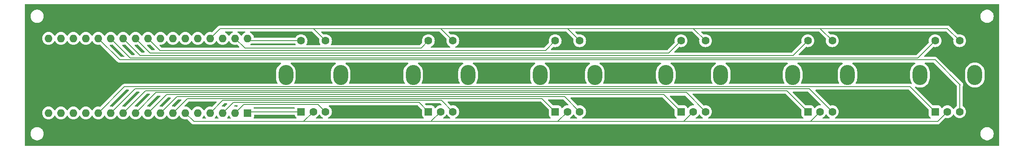
<source format=gbr>
%TF.GenerationSoftware,KiCad,Pcbnew,8.0.5-dirty*%
%TF.CreationDate,2024-11-08T09:40:44-06:00*%
%TF.ProjectId,buttonbox,62757474-6f6e-4626-9f78-2e6b69636164,rev?*%
%TF.SameCoordinates,Original*%
%TF.FileFunction,Copper,L1,Top*%
%TF.FilePolarity,Positive*%
%FSLAX46Y46*%
G04 Gerber Fmt 4.6, Leading zero omitted, Abs format (unit mm)*
G04 Created by KiCad (PCBNEW 8.0.5-dirty) date 2024-11-08 09:40:44*
%MOMM*%
%LPD*%
G01*
G04 APERTURE LIST*
G04 Aperture macros list*
%AMRoundRect*
0 Rectangle with rounded corners*
0 $1 Rounding radius*
0 $2 $3 $4 $5 $6 $7 $8 $9 X,Y pos of 4 corners*
0 Add a 4 corners polygon primitive as box body*
4,1,4,$2,$3,$4,$5,$6,$7,$8,$9,$2,$3,0*
0 Add four circle primitives for the rounded corners*
1,1,$1+$1,$2,$3*
1,1,$1+$1,$4,$5*
1,1,$1+$1,$6,$7*
1,1,$1+$1,$8,$9*
0 Add four rect primitives between the rounded corners*
20,1,$1+$1,$2,$3,$4,$5,0*
20,1,$1+$1,$4,$5,$6,$7,0*
20,1,$1+$1,$6,$7,$8,$9,0*
20,1,$1+$1,$8,$9,$2,$3,0*%
G04 Aperture macros list end*
%TA.AperFunction,ComponentPad*%
%ADD10R,1.600000X1.600000*%
%TD*%
%TA.AperFunction,ComponentPad*%
%ADD11O,1.600000X1.600000*%
%TD*%
%TA.AperFunction,ComponentPad*%
%ADD12RoundRect,0.250000X0.550000X-0.550000X0.550000X0.550000X-0.550000X0.550000X-0.550000X-0.550000X0*%
%TD*%
%TA.AperFunction,ComponentPad*%
%ADD13C,1.600000*%
%TD*%
%TA.AperFunction,ComponentPad*%
%ADD14O,3.000000X4.100000*%
%TD*%
%TA.AperFunction,Conductor*%
%ADD15C,0.200000*%
%TD*%
G04 APERTURE END LIST*
D10*
%TO.P,Arduino,1,D16*%
%TO.N,D16*%
X93480000Y-97260000D03*
D11*
%TO.P,Arduino,17,D12/A11*%
%TO.N,D12*%
X52840000Y-97260000D03*
%TO.P,Arduino,2,D17*%
%TO.N,D17*%
X90940000Y-97260000D03*
%TO.P,Arduino,18,~D13*%
%TO.N,D13*%
X52840000Y-82020000D03*
%TO.P,Arduino,3,D1/TX*%
%TO.N,D1*%
X88400000Y-97260000D03*
%TO.P,Arduino,19,3V3*%
%TO.N,unconnected-(U1-3V3-Pad19)*%
X55380000Y-82020000D03*
%TO.P,Arduino,4,D0/RX*%
%TO.N,D0*%
X85860000Y-97260000D03*
%TO.P,Arduino,20,AREF*%
%TO.N,unconnected-(U1-AREF-Pad20)*%
X57920000Y-82020000D03*
%TO.P,Arduino,5,RESET*%
%TO.N,unconnected-(U1-RESET-Pad5)*%
X83320000Y-97260000D03*
%TO.P,Arduino,21,A0/D18*%
%TO.N,D18*%
X60460000Y-82020000D03*
%TO.P,Arduino,6,GND*%
%TO.N,GND*%
X80780000Y-97260000D03*
%TO.P,Arduino,22,A1/D19*%
%TO.N,D19*%
X63000000Y-82020000D03*
%TO.P,Arduino,7,D2/SDA*%
%TO.N,D2*%
X78240000Y-97260000D03*
%TO.P,Arduino,23,A2/D20*%
%TO.N,D20*%
X65540000Y-82020000D03*
%TO.P,Arduino,8,~D3/SCL*%
%TO.N,D3*%
X75700000Y-97260000D03*
%TO.P,Arduino,24,A3/D21*%
%TO.N,D21*%
X68080000Y-82020000D03*
%TO.P,Arduino,9,D4/A6*%
%TO.N,D4*%
X73160000Y-97260000D03*
%TO.P,Arduino,25,A4/D22*%
%TO.N,D22*%
X70620000Y-82020000D03*
%TO.P,Arduino,10,~D5*%
%TO.N,D5*%
X70620000Y-97260000D03*
%TO.P,Arduino,26,A5/D23*%
%TO.N,D23*%
X73160000Y-82020000D03*
%TO.P,Arduino,11,~D6/A7*%
%TO.N,D6*%
X68080000Y-97260000D03*
%TO.P,Arduino,27,NC*%
%TO.N,unconnected-(U1-NC-Pad27)*%
X75700000Y-82020000D03*
%TO.P,Arduino,12,D7*%
%TO.N,D7*%
X65540000Y-97260000D03*
%TO.P,Arduino,28,NC*%
%TO.N,unconnected-(U1-NC-Pad28)*%
X78240000Y-82020000D03*
%TO.P,Arduino,13,D8/A8*%
%TO.N,D8*%
X63000000Y-97260000D03*
%TO.P,Arduino,29,+5V*%
%TO.N,unconnected-(U1-+5V-Pad29)*%
X80780000Y-82020000D03*
%TO.P,Arduino,14,~D9/A9*%
%TO.N,D9*%
X60460000Y-97260000D03*
%TO.P,Arduino,30,RESET*%
%TO.N,unconnected-(U1-RESET-Pad30)*%
X83320000Y-82020000D03*
%TO.P,Arduino,15,~D10/A10*%
%TO.N,D10*%
X57920000Y-97260000D03*
%TO.P,Arduino,16,~D11*%
%TO.N,D11*%
X55380000Y-97260000D03*
%TO.P,Arduino,31,GND*%
%TO.N,GND2*%
X85860000Y-82020000D03*
%TO.P,Arduino,32,VIN*%
%TO.N,unconnected-(U1-VIN-Pad32)*%
X88400000Y-82020000D03*
%TO.P,Arduino,33,D14*%
%TO.N,D14*%
X90940000Y-82020000D03*
%TO.P,Arduino,34,D15*%
%TO.N,D15*%
X93480000Y-82020000D03*
%TD*%
D12*
%TO.P,SW6,A,A*%
%TO.N,D8*%
X233900000Y-97000000D03*
D13*
%TO.P,SW6,B,B*%
%TO.N,D19*%
X238900000Y-97000000D03*
%TO.P,SW6,C,C*%
%TO.N,GND*%
X236400000Y-97000000D03*
%TO.P,SW6,S1,S1*%
%TO.N,D20*%
X233900000Y-82500000D03*
%TO.P,SW6,S2,S2*%
%TO.N,GND2*%
X238900000Y-82500000D03*
D14*
%TO.P,SW6,SH*%
%TO.N,N/C*%
X230800000Y-89500000D03*
X242000000Y-89500000D03*
%TD*%
D12*
%TO.P,SW5,A,A*%
%TO.N,D6*%
X207900000Y-97000000D03*
D13*
%TO.P,SW5,B,B*%
%TO.N,D7*%
X212900000Y-97000000D03*
%TO.P,SW5,C,C*%
%TO.N,GND*%
X210400000Y-97000000D03*
%TO.P,SW5,S1,S1*%
%TO.N,D21*%
X207900000Y-82500000D03*
%TO.P,SW5,S2,S2*%
%TO.N,GND2*%
X212900000Y-82500000D03*
D14*
%TO.P,SW5,SH*%
%TO.N,N/C*%
X204800000Y-89500000D03*
X216000000Y-89500000D03*
%TD*%
D12*
%TO.P,SW4,A,A*%
%TO.N,D4*%
X182000000Y-97000000D03*
D13*
%TO.P,SW4,B,B*%
%TO.N,D5*%
X187000000Y-97000000D03*
%TO.P,SW4,C,C*%
%TO.N,GND*%
X184500000Y-97000000D03*
%TO.P,SW4,S1,S1*%
%TO.N,D22*%
X182000000Y-82500000D03*
%TO.P,SW4,S2,S2*%
%TO.N,GND2*%
X187000000Y-82500000D03*
D14*
%TO.P,SW4,SH*%
%TO.N,N/C*%
X178900000Y-89500000D03*
X190100000Y-89500000D03*
%TD*%
D12*
%TO.P,SW3,A,A*%
%TO.N,D2*%
X156300000Y-97000000D03*
D13*
%TO.P,SW3,B,B*%
%TO.N,D3*%
X161300000Y-97000000D03*
%TO.P,SW3,C,C*%
%TO.N,GND*%
X158800000Y-97000000D03*
%TO.P,SW3,S1,S1*%
%TO.N,D23*%
X156300000Y-82500000D03*
%TO.P,SW3,S2,S2*%
%TO.N,GND2*%
X161300000Y-82500000D03*
D14*
%TO.P,SW3,SH*%
%TO.N,N/C*%
X153200000Y-89500000D03*
X164400000Y-89500000D03*
%TD*%
D12*
%TO.P,SW2,A,A*%
%TO.N,D1*%
X130400000Y-97000000D03*
D13*
%TO.P,SW2,B,B*%
%TO.N,D0*%
X135400000Y-97000000D03*
%TO.P,SW2,C,C*%
%TO.N,GND*%
X132900000Y-97000000D03*
%TO.P,SW2,S1,S1*%
%TO.N,D14*%
X130400000Y-82500000D03*
%TO.P,SW2,S2,S2*%
%TO.N,GND2*%
X135400000Y-82500000D03*
D14*
%TO.P,SW2,SH*%
%TO.N,N/C*%
X127300000Y-89500000D03*
X138500000Y-89500000D03*
%TD*%
D12*
%TO.P,SW1,A,A*%
%TO.N,D16*%
X104400000Y-97000000D03*
D13*
%TO.P,SW1,B,B*%
%TO.N,D17*%
X109400000Y-97000000D03*
%TO.P,SW1,C,C*%
%TO.N,GND*%
X106900000Y-97000000D03*
%TO.P,SW1,S1,S1*%
%TO.N,D15*%
X104400000Y-82500000D03*
%TO.P,SW1,S2,S2*%
%TO.N,GND2*%
X109400000Y-82500000D03*
D14*
%TO.P,SW1,SH*%
%TO.N,N/C*%
X101300000Y-89500000D03*
X112500000Y-89500000D03*
%TD*%
D15*
%TO.N,GND2*%
X106500000Y-80000000D02*
X133000000Y-80000000D01*
%TO.N,GND*%
X82520000Y-99000000D02*
X104500000Y-99000000D01*
X104500000Y-99000000D02*
X131000000Y-99000000D01*
X106900000Y-97000000D02*
X104900000Y-99000000D01*
X104900000Y-99000000D02*
X104500000Y-99000000D01*
X131000000Y-99000000D02*
X156500000Y-99000000D01*
X132900000Y-97000000D02*
X131000000Y-98900000D01*
X131000000Y-98900000D02*
X131000000Y-99000000D01*
X156500000Y-99000000D02*
X182500000Y-99000000D01*
X158800000Y-97000000D02*
X156800000Y-99000000D01*
X156800000Y-99000000D02*
X156500000Y-99000000D01*
X182500000Y-99000000D02*
X208500000Y-99000000D01*
X184500000Y-97000000D02*
X182500000Y-99000000D01*
X208500000Y-99000000D02*
X234400000Y-99000000D01*
X210400000Y-97000000D02*
X208500000Y-98900000D01*
X208500000Y-98900000D02*
X208500000Y-99000000D01*
X80780000Y-97260000D02*
X82520000Y-99000000D01*
X234400000Y-99000000D02*
X236400000Y-97000000D01*
%TO.N,GND2*%
X184000000Y-80000000D02*
X210500000Y-80000000D01*
X210500000Y-80100000D02*
X210500000Y-80000000D01*
X210500000Y-80000000D02*
X236400000Y-80000000D01*
X212900000Y-82500000D02*
X210500000Y-80100000D01*
X158500000Y-80000000D02*
X184000000Y-80000000D01*
X187000000Y-82500000D02*
X184500000Y-80000000D01*
X184500000Y-80000000D02*
X184000000Y-80000000D01*
X87880000Y-80000000D02*
X106500000Y-80000000D01*
X109400000Y-82500000D02*
X106900000Y-80000000D01*
X106900000Y-80000000D02*
X106500000Y-80000000D01*
X133000000Y-80000000D02*
X158500000Y-80000000D01*
X161300000Y-82500000D02*
X158800000Y-80000000D01*
X158800000Y-80000000D02*
X158500000Y-80000000D01*
X133000000Y-80000000D02*
X133000000Y-80100000D01*
X133000000Y-80100000D02*
X135400000Y-82500000D01*
X85860000Y-82020000D02*
X87880000Y-80000000D01*
X236400000Y-80000000D02*
X238900000Y-82500000D01*
%TO.N,D19*%
X238900000Y-97000000D02*
X238900000Y-91600000D01*
X233900000Y-86400000D02*
X67380000Y-86400000D01*
X238900000Y-91600000D02*
X239000000Y-91500000D01*
X239000000Y-91500000D02*
X233900000Y-86400000D01*
X67380000Y-86400000D02*
X63000000Y-82020000D01*
%TO.N,D20*%
X233900000Y-82500000D02*
X230400000Y-86000000D01*
X230400000Y-86000000D02*
X69520000Y-86000000D01*
X69520000Y-86000000D02*
X65540000Y-82020000D01*
%TO.N,D8*%
X233900000Y-97000000D02*
X228800000Y-91900000D01*
X228800000Y-91900000D02*
X68360000Y-91900000D01*
X68360000Y-91900000D02*
X63000000Y-97260000D01*
%TO.N,D21*%
X207900000Y-82500000D02*
X204900000Y-85500000D01*
X204900000Y-85500000D02*
X71560000Y-85500000D01*
X71560000Y-85500000D02*
X68080000Y-82020000D01*
%TO.N,D7*%
X212900000Y-97000000D02*
X208200000Y-92300000D01*
X208200000Y-92300000D02*
X70500000Y-92300000D01*
X70500000Y-92300000D02*
X65540000Y-97260000D01*
%TO.N,D6*%
X207900000Y-97000000D02*
X203600000Y-92700000D01*
X203600000Y-92700000D02*
X72640000Y-92700000D01*
X72640000Y-92700000D02*
X68080000Y-97260000D01*
%TO.N,D22*%
X182000000Y-82500000D02*
X179500000Y-85000000D01*
X179500000Y-85000000D02*
X73600000Y-85000000D01*
X73600000Y-85000000D02*
X70620000Y-82020000D01*
%TO.N,D5*%
X187000000Y-97000000D02*
X183100000Y-93100000D01*
X74780000Y-93100000D02*
X70620000Y-97260000D01*
X183100000Y-93100000D02*
X74780000Y-93100000D01*
%TO.N,D4*%
X182000000Y-97000000D02*
X178500000Y-93500000D01*
X178500000Y-93500000D02*
X76920000Y-93500000D01*
X76920000Y-93500000D02*
X73160000Y-97260000D01*
%TO.N,D3*%
X161300000Y-97000000D02*
X158200000Y-93900000D01*
X158200000Y-93900000D02*
X79060000Y-93900000D01*
X79060000Y-93900000D02*
X75700000Y-97260000D01*
%TO.N,D2*%
X156300000Y-97000000D02*
X153600000Y-94300000D01*
X153600000Y-94300000D02*
X81200000Y-94300000D01*
X81200000Y-94300000D02*
X78240000Y-97260000D01*
%TO.N,D23*%
X156300000Y-82500000D02*
X154300000Y-84500000D01*
X154300000Y-84500000D02*
X75640000Y-84500000D01*
X75640000Y-84500000D02*
X73160000Y-82020000D01*
%TO.N,D14*%
X130400000Y-82500000D02*
X128900000Y-84000000D01*
X128900000Y-84000000D02*
X92920000Y-84000000D01*
X92920000Y-84000000D02*
X90940000Y-82020000D01*
%TO.N,D0*%
X135400000Y-97000000D02*
X133100000Y-94700000D01*
X133100000Y-94700000D02*
X88420000Y-94700000D01*
X88420000Y-94700000D02*
X85860000Y-97260000D01*
%TO.N,D1*%
X130400000Y-97000000D02*
X128500000Y-95100000D01*
X128500000Y-95100000D02*
X90560000Y-95100000D01*
X90560000Y-95100000D02*
X88400000Y-97260000D01*
%TO.N,D17*%
X109400000Y-97000000D02*
X107900000Y-95500000D01*
X107900000Y-95500000D02*
X92700000Y-95500000D01*
X92700000Y-95500000D02*
X90940000Y-97260000D01*
%TO.N,D15*%
X104400000Y-82500000D02*
X93960000Y-82500000D01*
X93960000Y-82500000D02*
X93480000Y-82020000D01*
%TO.N,D16*%
X104400000Y-97000000D02*
X93740000Y-97000000D01*
X93740000Y-97000000D02*
X93480000Y-97260000D01*
%TD*%
%TA.AperFunction,NonConductor*%
G36*
X246942539Y-75020185D02*
G01*
X246988294Y-75072989D01*
X246999500Y-75124500D01*
X246999500Y-103875500D01*
X246979815Y-103942539D01*
X246927011Y-103988294D01*
X246875500Y-103999500D01*
X48124500Y-103999500D01*
X48057461Y-103979815D01*
X48011706Y-103927011D01*
X48000500Y-103875500D01*
X48000500Y-101393713D01*
X49149500Y-101393713D01*
X49149500Y-101606286D01*
X49182753Y-101816239D01*
X49248444Y-102018414D01*
X49344951Y-102207820D01*
X49469890Y-102379786D01*
X49620213Y-102530109D01*
X49792179Y-102655048D01*
X49792181Y-102655049D01*
X49792184Y-102655051D01*
X49981588Y-102751557D01*
X50183757Y-102817246D01*
X50393713Y-102850500D01*
X50393714Y-102850500D01*
X50606286Y-102850500D01*
X50606287Y-102850500D01*
X50816243Y-102817246D01*
X51018412Y-102751557D01*
X51207816Y-102655051D01*
X51229789Y-102639086D01*
X51379786Y-102530109D01*
X51379788Y-102530106D01*
X51379792Y-102530104D01*
X51530104Y-102379792D01*
X51530106Y-102379788D01*
X51530109Y-102379786D01*
X51655048Y-102207820D01*
X51655047Y-102207820D01*
X51655051Y-102207816D01*
X51751557Y-102018412D01*
X51817246Y-101816243D01*
X51850500Y-101606287D01*
X51850500Y-101393713D01*
X243149500Y-101393713D01*
X243149500Y-101606286D01*
X243182753Y-101816239D01*
X243248444Y-102018414D01*
X243344951Y-102207820D01*
X243469890Y-102379786D01*
X243620213Y-102530109D01*
X243792179Y-102655048D01*
X243792181Y-102655049D01*
X243792184Y-102655051D01*
X243981588Y-102751557D01*
X244183757Y-102817246D01*
X244393713Y-102850500D01*
X244393714Y-102850500D01*
X244606286Y-102850500D01*
X244606287Y-102850500D01*
X244816243Y-102817246D01*
X245018412Y-102751557D01*
X245207816Y-102655051D01*
X245229789Y-102639086D01*
X245379786Y-102530109D01*
X245379788Y-102530106D01*
X245379792Y-102530104D01*
X245530104Y-102379792D01*
X245530106Y-102379788D01*
X245530109Y-102379786D01*
X245655048Y-102207820D01*
X245655047Y-102207820D01*
X245655051Y-102207816D01*
X245751557Y-102018412D01*
X245817246Y-101816243D01*
X245850500Y-101606287D01*
X245850500Y-101393713D01*
X245817246Y-101183757D01*
X245751557Y-100981588D01*
X245655051Y-100792184D01*
X245655049Y-100792181D01*
X245655048Y-100792179D01*
X245530109Y-100620213D01*
X245379786Y-100469890D01*
X245207820Y-100344951D01*
X245018414Y-100248444D01*
X245018413Y-100248443D01*
X245018412Y-100248443D01*
X244816243Y-100182754D01*
X244816241Y-100182753D01*
X244816240Y-100182753D01*
X244654957Y-100157208D01*
X244606287Y-100149500D01*
X244393713Y-100149500D01*
X244345042Y-100157208D01*
X244183760Y-100182753D01*
X243981585Y-100248444D01*
X243792179Y-100344951D01*
X243620213Y-100469890D01*
X243469890Y-100620213D01*
X243344951Y-100792179D01*
X243248444Y-100981585D01*
X243182753Y-101183760D01*
X243149500Y-101393713D01*
X51850500Y-101393713D01*
X51817246Y-101183757D01*
X51751557Y-100981588D01*
X51655051Y-100792184D01*
X51655049Y-100792181D01*
X51655048Y-100792179D01*
X51530109Y-100620213D01*
X51379786Y-100469890D01*
X51207820Y-100344951D01*
X51018414Y-100248444D01*
X51018413Y-100248443D01*
X51018412Y-100248443D01*
X50816243Y-100182754D01*
X50816241Y-100182753D01*
X50816240Y-100182753D01*
X50654957Y-100157208D01*
X50606287Y-100149500D01*
X50393713Y-100149500D01*
X50345042Y-100157208D01*
X50183760Y-100182753D01*
X49981585Y-100248444D01*
X49792179Y-100344951D01*
X49620213Y-100469890D01*
X49469890Y-100620213D01*
X49344951Y-100792179D01*
X49248444Y-100981585D01*
X49182753Y-101183760D01*
X49149500Y-101393713D01*
X48000500Y-101393713D01*
X48000500Y-82019998D01*
X51534532Y-82019998D01*
X51534532Y-82020001D01*
X51554364Y-82246686D01*
X51554366Y-82246697D01*
X51613258Y-82466488D01*
X51613261Y-82466497D01*
X51709431Y-82672732D01*
X51709432Y-82672734D01*
X51839954Y-82859141D01*
X52000858Y-83020045D01*
X52000861Y-83020047D01*
X52187266Y-83150568D01*
X52393504Y-83246739D01*
X52613308Y-83305635D01*
X52755361Y-83318063D01*
X52839998Y-83325468D01*
X52840000Y-83325468D01*
X52840002Y-83325468D01*
X52896673Y-83320509D01*
X53066692Y-83305635D01*
X53286496Y-83246739D01*
X53492734Y-83150568D01*
X53679139Y-83020047D01*
X53840047Y-82859139D01*
X53970568Y-82672734D01*
X53997618Y-82614724D01*
X54043790Y-82562285D01*
X54110983Y-82543133D01*
X54177865Y-82563348D01*
X54222382Y-82614725D01*
X54249429Y-82672728D01*
X54249432Y-82672734D01*
X54379954Y-82859141D01*
X54540858Y-83020045D01*
X54540861Y-83020047D01*
X54727266Y-83150568D01*
X54933504Y-83246739D01*
X55153308Y-83305635D01*
X55295361Y-83318063D01*
X55379998Y-83325468D01*
X55380000Y-83325468D01*
X55380002Y-83325468D01*
X55436673Y-83320509D01*
X55606692Y-83305635D01*
X55826496Y-83246739D01*
X56032734Y-83150568D01*
X56219139Y-83020047D01*
X56380047Y-82859139D01*
X56510568Y-82672734D01*
X56537618Y-82614724D01*
X56583790Y-82562285D01*
X56650983Y-82543133D01*
X56717865Y-82563348D01*
X56762382Y-82614725D01*
X56789429Y-82672728D01*
X56789432Y-82672734D01*
X56919954Y-82859141D01*
X57080858Y-83020045D01*
X57080861Y-83020047D01*
X57267266Y-83150568D01*
X57473504Y-83246739D01*
X57693308Y-83305635D01*
X57835361Y-83318063D01*
X57919998Y-83325468D01*
X57920000Y-83325468D01*
X57920002Y-83325468D01*
X57976673Y-83320509D01*
X58146692Y-83305635D01*
X58366496Y-83246739D01*
X58572734Y-83150568D01*
X58759139Y-83020047D01*
X58920047Y-82859139D01*
X59050568Y-82672734D01*
X59077618Y-82614724D01*
X59123790Y-82562285D01*
X59190983Y-82543133D01*
X59257865Y-82563348D01*
X59302382Y-82614725D01*
X59329429Y-82672728D01*
X59329432Y-82672734D01*
X59459954Y-82859141D01*
X59620858Y-83020045D01*
X59620861Y-83020047D01*
X59807266Y-83150568D01*
X60013504Y-83246739D01*
X60233308Y-83305635D01*
X60375361Y-83318063D01*
X60459998Y-83325468D01*
X60460000Y-83325468D01*
X60460002Y-83325468D01*
X60516673Y-83320509D01*
X60686692Y-83305635D01*
X60906496Y-83246739D01*
X61112734Y-83150568D01*
X61299139Y-83020047D01*
X61460047Y-82859139D01*
X61590568Y-82672734D01*
X61617618Y-82614724D01*
X61663790Y-82562285D01*
X61730983Y-82543133D01*
X61797865Y-82563348D01*
X61842382Y-82614725D01*
X61869429Y-82672728D01*
X61869432Y-82672734D01*
X61999954Y-82859141D01*
X62160858Y-83020045D01*
X62160861Y-83020047D01*
X62347266Y-83150568D01*
X62553504Y-83246739D01*
X62773308Y-83305635D01*
X62915361Y-83318063D01*
X62999998Y-83325468D01*
X63000000Y-83325468D01*
X63000002Y-83325468D01*
X63056673Y-83320509D01*
X63226692Y-83305635D01*
X63322932Y-83279847D01*
X63392781Y-83281510D01*
X63442706Y-83311941D01*
X66895139Y-86764374D01*
X66895149Y-86764385D01*
X66899479Y-86768715D01*
X66899480Y-86768716D01*
X67011284Y-86880520D01*
X67011286Y-86880521D01*
X67011290Y-86880524D01*
X67130762Y-86949500D01*
X67148216Y-86959577D01*
X67260019Y-86989534D01*
X67300942Y-87000500D01*
X67300943Y-87000500D01*
X100212859Y-87000500D01*
X100279898Y-87020185D01*
X100325653Y-87072989D01*
X100335597Y-87142147D01*
X100306572Y-87205703D01*
X100274859Y-87231887D01*
X100186196Y-87283075D01*
X99978148Y-87442718D01*
X99792718Y-87628148D01*
X99633075Y-87836196D01*
X99501958Y-88063299D01*
X99501953Y-88063309D01*
X99401605Y-88305571D01*
X99401602Y-88305581D01*
X99333730Y-88558885D01*
X99299500Y-88818872D01*
X99299500Y-90181127D01*
X99326123Y-90383339D01*
X99333730Y-90441116D01*
X99401602Y-90694418D01*
X99401605Y-90694428D01*
X99501953Y-90936690D01*
X99501962Y-90936707D01*
X99604033Y-91113501D01*
X99620506Y-91181401D01*
X99597653Y-91247428D01*
X99542732Y-91290618D01*
X99496646Y-91299500D01*
X68446670Y-91299500D01*
X68446654Y-91299499D01*
X68439058Y-91299499D01*
X68280943Y-91299499D01*
X68204579Y-91319961D01*
X68128214Y-91340423D01*
X68128209Y-91340426D01*
X67991290Y-91419475D01*
X67991282Y-91419481D01*
X63442705Y-95968058D01*
X63381382Y-96001543D01*
X63322931Y-96000152D01*
X63322188Y-95999953D01*
X63308154Y-95996192D01*
X63226697Y-95974366D01*
X63226693Y-95974365D01*
X63226692Y-95974365D01*
X63226691Y-95974364D01*
X63226686Y-95974364D01*
X63000002Y-95954532D01*
X62999998Y-95954532D01*
X62773313Y-95974364D01*
X62773302Y-95974366D01*
X62553511Y-96033258D01*
X62553502Y-96033261D01*
X62347267Y-96129431D01*
X62347265Y-96129432D01*
X62160858Y-96259954D01*
X61999954Y-96420858D01*
X61869432Y-96607265D01*
X61869431Y-96607267D01*
X61842382Y-96665275D01*
X61796209Y-96717714D01*
X61729016Y-96736866D01*
X61662135Y-96716650D01*
X61617618Y-96665275D01*
X61590568Y-96607267D01*
X61590567Y-96607265D01*
X61549584Y-96548735D01*
X61460047Y-96420861D01*
X61460045Y-96420858D01*
X61299141Y-96259954D01*
X61112734Y-96129432D01*
X61112732Y-96129431D01*
X60906497Y-96033261D01*
X60906488Y-96033258D01*
X60686697Y-95974366D01*
X60686693Y-95974365D01*
X60686692Y-95974365D01*
X60686691Y-95974364D01*
X60686686Y-95974364D01*
X60460002Y-95954532D01*
X60459998Y-95954532D01*
X60233313Y-95974364D01*
X60233302Y-95974366D01*
X60013511Y-96033258D01*
X60013502Y-96033261D01*
X59807267Y-96129431D01*
X59807265Y-96129432D01*
X59620858Y-96259954D01*
X59459954Y-96420858D01*
X59329432Y-96607265D01*
X59329431Y-96607267D01*
X59302382Y-96665275D01*
X59256209Y-96717714D01*
X59189016Y-96736866D01*
X59122135Y-96716650D01*
X59077618Y-96665275D01*
X59050568Y-96607267D01*
X59050567Y-96607265D01*
X59009584Y-96548735D01*
X58920047Y-96420861D01*
X58920045Y-96420858D01*
X58759141Y-96259954D01*
X58572734Y-96129432D01*
X58572732Y-96129431D01*
X58366497Y-96033261D01*
X58366488Y-96033258D01*
X58146697Y-95974366D01*
X58146693Y-95974365D01*
X58146692Y-95974365D01*
X58146691Y-95974364D01*
X58146686Y-95974364D01*
X57920002Y-95954532D01*
X57919998Y-95954532D01*
X57693313Y-95974364D01*
X57693302Y-95974366D01*
X57473511Y-96033258D01*
X57473502Y-96033261D01*
X57267267Y-96129431D01*
X57267265Y-96129432D01*
X57080858Y-96259954D01*
X56919954Y-96420858D01*
X56789432Y-96607265D01*
X56789431Y-96607267D01*
X56762382Y-96665275D01*
X56716209Y-96717714D01*
X56649016Y-96736866D01*
X56582135Y-96716650D01*
X56537618Y-96665275D01*
X56510568Y-96607267D01*
X56510567Y-96607265D01*
X56469584Y-96548735D01*
X56380047Y-96420861D01*
X56380045Y-96420858D01*
X56219141Y-96259954D01*
X56032734Y-96129432D01*
X56032732Y-96129431D01*
X55826497Y-96033261D01*
X55826488Y-96033258D01*
X55606697Y-95974366D01*
X55606693Y-95974365D01*
X55606692Y-95974365D01*
X55606691Y-95974364D01*
X55606686Y-95974364D01*
X55380002Y-95954532D01*
X55379998Y-95954532D01*
X55153313Y-95974364D01*
X55153302Y-95974366D01*
X54933511Y-96033258D01*
X54933502Y-96033261D01*
X54727267Y-96129431D01*
X54727265Y-96129432D01*
X54540858Y-96259954D01*
X54379954Y-96420858D01*
X54249432Y-96607265D01*
X54249431Y-96607267D01*
X54222382Y-96665275D01*
X54176209Y-96717714D01*
X54109016Y-96736866D01*
X54042135Y-96716650D01*
X53997618Y-96665275D01*
X53970568Y-96607267D01*
X53970567Y-96607265D01*
X53929584Y-96548735D01*
X53840047Y-96420861D01*
X53840045Y-96420858D01*
X53679141Y-96259954D01*
X53492734Y-96129432D01*
X53492732Y-96129431D01*
X53286497Y-96033261D01*
X53286488Y-96033258D01*
X53066697Y-95974366D01*
X53066693Y-95974365D01*
X53066692Y-95974365D01*
X53066691Y-95974364D01*
X53066686Y-95974364D01*
X52840002Y-95954532D01*
X52839998Y-95954532D01*
X52613313Y-95974364D01*
X52613302Y-95974366D01*
X52393511Y-96033258D01*
X52393502Y-96033261D01*
X52187267Y-96129431D01*
X52187265Y-96129432D01*
X52000858Y-96259954D01*
X51839954Y-96420858D01*
X51709432Y-96607265D01*
X51709431Y-96607267D01*
X51613261Y-96813502D01*
X51613258Y-96813511D01*
X51554366Y-97033302D01*
X51554364Y-97033313D01*
X51534532Y-97259998D01*
X51534532Y-97260001D01*
X51554364Y-97486686D01*
X51554366Y-97486697D01*
X51613258Y-97706488D01*
X51613261Y-97706497D01*
X51709431Y-97912732D01*
X51709432Y-97912734D01*
X51839954Y-98099141D01*
X52000858Y-98260045D01*
X52000861Y-98260047D01*
X52187266Y-98390568D01*
X52393504Y-98486739D01*
X52613308Y-98545635D01*
X52775230Y-98559801D01*
X52839998Y-98565468D01*
X52840000Y-98565468D01*
X52840002Y-98565468D01*
X52896673Y-98560509D01*
X53066692Y-98545635D01*
X53286496Y-98486739D01*
X53492734Y-98390568D01*
X53679139Y-98260047D01*
X53840047Y-98099139D01*
X53970568Y-97912734D01*
X53997618Y-97854724D01*
X54043790Y-97802285D01*
X54110983Y-97783133D01*
X54177865Y-97803348D01*
X54222382Y-97854725D01*
X54249429Y-97912728D01*
X54249432Y-97912734D01*
X54379954Y-98099141D01*
X54540858Y-98260045D01*
X54540861Y-98260047D01*
X54727266Y-98390568D01*
X54933504Y-98486739D01*
X55153308Y-98545635D01*
X55315230Y-98559801D01*
X55379998Y-98565468D01*
X55380000Y-98565468D01*
X55380002Y-98565468D01*
X55436673Y-98560509D01*
X55606692Y-98545635D01*
X55826496Y-98486739D01*
X56032734Y-98390568D01*
X56219139Y-98260047D01*
X56380047Y-98099139D01*
X56510568Y-97912734D01*
X56537618Y-97854724D01*
X56583790Y-97802285D01*
X56650983Y-97783133D01*
X56717865Y-97803348D01*
X56762382Y-97854725D01*
X56789429Y-97912728D01*
X56789432Y-97912734D01*
X56919954Y-98099141D01*
X57080858Y-98260045D01*
X57080861Y-98260047D01*
X57267266Y-98390568D01*
X57473504Y-98486739D01*
X57693308Y-98545635D01*
X57855230Y-98559801D01*
X57919998Y-98565468D01*
X57920000Y-98565468D01*
X57920002Y-98565468D01*
X57976673Y-98560509D01*
X58146692Y-98545635D01*
X58366496Y-98486739D01*
X58572734Y-98390568D01*
X58759139Y-98260047D01*
X58920047Y-98099139D01*
X59050568Y-97912734D01*
X59077618Y-97854724D01*
X59123790Y-97802285D01*
X59190983Y-97783133D01*
X59257865Y-97803348D01*
X59302382Y-97854725D01*
X59329429Y-97912728D01*
X59329432Y-97912734D01*
X59459954Y-98099141D01*
X59620858Y-98260045D01*
X59620861Y-98260047D01*
X59807266Y-98390568D01*
X60013504Y-98486739D01*
X60233308Y-98545635D01*
X60395230Y-98559801D01*
X60459998Y-98565468D01*
X60460000Y-98565468D01*
X60460002Y-98565468D01*
X60516673Y-98560509D01*
X60686692Y-98545635D01*
X60906496Y-98486739D01*
X61112734Y-98390568D01*
X61299139Y-98260047D01*
X61460047Y-98099139D01*
X61590568Y-97912734D01*
X61617618Y-97854724D01*
X61663790Y-97802285D01*
X61730983Y-97783133D01*
X61797865Y-97803348D01*
X61842382Y-97854725D01*
X61869429Y-97912728D01*
X61869432Y-97912734D01*
X61999954Y-98099141D01*
X62160858Y-98260045D01*
X62160861Y-98260047D01*
X62347266Y-98390568D01*
X62553504Y-98486739D01*
X62773308Y-98545635D01*
X62935230Y-98559801D01*
X62999998Y-98565468D01*
X63000000Y-98565468D01*
X63000002Y-98565468D01*
X63056673Y-98560509D01*
X63226692Y-98545635D01*
X63446496Y-98486739D01*
X63652734Y-98390568D01*
X63839139Y-98260047D01*
X64000047Y-98099139D01*
X64130568Y-97912734D01*
X64157618Y-97854724D01*
X64203790Y-97802285D01*
X64270983Y-97783133D01*
X64337865Y-97803348D01*
X64382382Y-97854725D01*
X64409429Y-97912728D01*
X64409432Y-97912734D01*
X64539954Y-98099141D01*
X64700858Y-98260045D01*
X64700861Y-98260047D01*
X64887266Y-98390568D01*
X65093504Y-98486739D01*
X65313308Y-98545635D01*
X65475230Y-98559801D01*
X65539998Y-98565468D01*
X65540000Y-98565468D01*
X65540002Y-98565468D01*
X65596673Y-98560509D01*
X65766692Y-98545635D01*
X65986496Y-98486739D01*
X66192734Y-98390568D01*
X66379139Y-98260047D01*
X66540047Y-98099139D01*
X66670568Y-97912734D01*
X66697618Y-97854724D01*
X66743790Y-97802285D01*
X66810983Y-97783133D01*
X66877865Y-97803348D01*
X66922382Y-97854725D01*
X66949429Y-97912728D01*
X66949432Y-97912734D01*
X67079954Y-98099141D01*
X67240858Y-98260045D01*
X67240861Y-98260047D01*
X67427266Y-98390568D01*
X67633504Y-98486739D01*
X67853308Y-98545635D01*
X68015230Y-98559801D01*
X68079998Y-98565468D01*
X68080000Y-98565468D01*
X68080002Y-98565468D01*
X68136673Y-98560509D01*
X68306692Y-98545635D01*
X68526496Y-98486739D01*
X68732734Y-98390568D01*
X68919139Y-98260047D01*
X69080047Y-98099139D01*
X69210568Y-97912734D01*
X69237618Y-97854724D01*
X69283790Y-97802285D01*
X69350983Y-97783133D01*
X69417865Y-97803348D01*
X69462382Y-97854725D01*
X69489429Y-97912728D01*
X69489432Y-97912734D01*
X69619954Y-98099141D01*
X69780858Y-98260045D01*
X69780861Y-98260047D01*
X69967266Y-98390568D01*
X70173504Y-98486739D01*
X70393308Y-98545635D01*
X70555230Y-98559801D01*
X70619998Y-98565468D01*
X70620000Y-98565468D01*
X70620002Y-98565468D01*
X70676673Y-98560509D01*
X70846692Y-98545635D01*
X71066496Y-98486739D01*
X71272734Y-98390568D01*
X71459139Y-98260047D01*
X71620047Y-98099139D01*
X71750568Y-97912734D01*
X71777618Y-97854724D01*
X71823790Y-97802285D01*
X71890983Y-97783133D01*
X71957865Y-97803348D01*
X72002382Y-97854725D01*
X72029429Y-97912728D01*
X72029432Y-97912734D01*
X72159954Y-98099141D01*
X72320858Y-98260045D01*
X72320861Y-98260047D01*
X72507266Y-98390568D01*
X72713504Y-98486739D01*
X72933308Y-98545635D01*
X73095230Y-98559801D01*
X73159998Y-98565468D01*
X73160000Y-98565468D01*
X73160002Y-98565468D01*
X73216673Y-98560509D01*
X73386692Y-98545635D01*
X73606496Y-98486739D01*
X73812734Y-98390568D01*
X73999139Y-98260047D01*
X74160047Y-98099139D01*
X74290568Y-97912734D01*
X74317618Y-97854724D01*
X74363790Y-97802285D01*
X74430983Y-97783133D01*
X74497865Y-97803348D01*
X74542382Y-97854725D01*
X74569429Y-97912728D01*
X74569432Y-97912734D01*
X74699954Y-98099141D01*
X74860858Y-98260045D01*
X74860861Y-98260047D01*
X75047266Y-98390568D01*
X75253504Y-98486739D01*
X75473308Y-98545635D01*
X75635230Y-98559801D01*
X75699998Y-98565468D01*
X75700000Y-98565468D01*
X75700002Y-98565468D01*
X75756673Y-98560509D01*
X75926692Y-98545635D01*
X76146496Y-98486739D01*
X76352734Y-98390568D01*
X76539139Y-98260047D01*
X76700047Y-98099139D01*
X76830568Y-97912734D01*
X76857618Y-97854724D01*
X76903790Y-97802285D01*
X76970983Y-97783133D01*
X77037865Y-97803348D01*
X77082382Y-97854725D01*
X77109429Y-97912728D01*
X77109432Y-97912734D01*
X77239954Y-98099141D01*
X77400858Y-98260045D01*
X77400861Y-98260047D01*
X77587266Y-98390568D01*
X77793504Y-98486739D01*
X78013308Y-98545635D01*
X78175230Y-98559801D01*
X78239998Y-98565468D01*
X78240000Y-98565468D01*
X78240002Y-98565468D01*
X78296673Y-98560509D01*
X78466692Y-98545635D01*
X78686496Y-98486739D01*
X78892734Y-98390568D01*
X79079139Y-98260047D01*
X79240047Y-98099139D01*
X79370568Y-97912734D01*
X79397618Y-97854724D01*
X79443790Y-97802285D01*
X79510983Y-97783133D01*
X79577865Y-97803348D01*
X79622382Y-97854725D01*
X79649429Y-97912728D01*
X79649432Y-97912734D01*
X79779954Y-98099141D01*
X79940858Y-98260045D01*
X79940861Y-98260047D01*
X80127266Y-98390568D01*
X80333504Y-98486739D01*
X80553308Y-98545635D01*
X80715230Y-98559801D01*
X80779998Y-98565468D01*
X80780000Y-98565468D01*
X80780002Y-98565468D01*
X80836673Y-98560509D01*
X81006692Y-98545635D01*
X81102932Y-98519847D01*
X81172781Y-98521510D01*
X81222705Y-98551940D01*
X82151284Y-99480520D01*
X82151286Y-99480521D01*
X82151290Y-99480524D01*
X82288209Y-99559573D01*
X82288216Y-99559577D01*
X82440943Y-99600501D01*
X82440945Y-99600501D01*
X82606654Y-99600501D01*
X82606670Y-99600500D01*
X104420943Y-99600500D01*
X104813331Y-99600500D01*
X104813347Y-99600501D01*
X104820943Y-99600501D01*
X104986653Y-99600501D01*
X104986669Y-99600500D01*
X130920943Y-99600500D01*
X131079057Y-99600500D01*
X156420943Y-99600500D01*
X156713331Y-99600500D01*
X156713347Y-99600501D01*
X156720943Y-99600501D01*
X156886653Y-99600501D01*
X156886669Y-99600500D01*
X182413331Y-99600500D01*
X182413347Y-99600501D01*
X182420943Y-99600501D01*
X182586653Y-99600501D01*
X182586669Y-99600500D01*
X208420943Y-99600500D01*
X208579057Y-99600500D01*
X234313331Y-99600500D01*
X234313347Y-99600501D01*
X234320943Y-99600501D01*
X234479054Y-99600501D01*
X234479057Y-99600501D01*
X234631785Y-99559577D01*
X234681904Y-99530639D01*
X234768716Y-99480520D01*
X234880520Y-99368716D01*
X234880520Y-99368714D01*
X234890728Y-99358507D01*
X234890730Y-99358504D01*
X235957294Y-98291939D01*
X236018615Y-98258456D01*
X236077066Y-98259847D01*
X236096604Y-98265082D01*
X236173308Y-98285635D01*
X236335230Y-98299801D01*
X236399998Y-98305468D01*
X236400000Y-98305468D01*
X236400002Y-98305468D01*
X236456796Y-98300499D01*
X236626692Y-98285635D01*
X236846496Y-98226739D01*
X237052734Y-98130568D01*
X237239139Y-98000047D01*
X237400047Y-97839139D01*
X237530568Y-97652734D01*
X237537618Y-97637614D01*
X237583789Y-97585176D01*
X237650982Y-97566023D01*
X237717864Y-97586238D01*
X237762381Y-97637614D01*
X237769432Y-97652733D01*
X237769432Y-97652734D01*
X237899954Y-97839141D01*
X238060858Y-98000045D01*
X238060861Y-98000047D01*
X238247266Y-98130568D01*
X238453504Y-98226739D01*
X238453509Y-98226740D01*
X238453511Y-98226741D01*
X238483640Y-98234814D01*
X238673308Y-98285635D01*
X238835230Y-98299801D01*
X238899998Y-98305468D01*
X238900000Y-98305468D01*
X238900002Y-98305468D01*
X238956796Y-98300499D01*
X239126692Y-98285635D01*
X239346496Y-98226739D01*
X239552734Y-98130568D01*
X239739139Y-98000047D01*
X239900047Y-97839139D01*
X240030568Y-97652734D01*
X240126739Y-97446496D01*
X240185635Y-97226692D01*
X240205468Y-97000000D01*
X240185635Y-96773308D01*
X240140916Y-96606415D01*
X240126741Y-96553511D01*
X240126738Y-96553502D01*
X240064886Y-96420861D01*
X240030568Y-96347266D01*
X239900047Y-96160861D01*
X239900045Y-96160858D01*
X239739140Y-95999953D01*
X239553377Y-95869881D01*
X239509752Y-95815304D01*
X239500500Y-95768306D01*
X239500500Y-91867335D01*
X239517113Y-91805335D01*
X239559575Y-91731788D01*
X239559577Y-91731785D01*
X239600500Y-91579057D01*
X239600500Y-91420943D01*
X239559577Y-91268215D01*
X239480519Y-91131284D01*
X237168107Y-88818872D01*
X239999500Y-88818872D01*
X239999500Y-90181127D01*
X240026123Y-90383339D01*
X240033730Y-90441116D01*
X240101602Y-90694418D01*
X240101605Y-90694428D01*
X240201953Y-90936690D01*
X240201958Y-90936700D01*
X240333075Y-91163803D01*
X240492718Y-91371851D01*
X240492726Y-91371860D01*
X240678140Y-91557274D01*
X240678148Y-91557281D01*
X240886196Y-91716924D01*
X241113299Y-91848041D01*
X241113309Y-91848046D01*
X241321707Y-91934367D01*
X241355581Y-91948398D01*
X241608884Y-92016270D01*
X241868880Y-92050500D01*
X241868887Y-92050500D01*
X242131113Y-92050500D01*
X242131120Y-92050500D01*
X242391116Y-92016270D01*
X242644419Y-91948398D01*
X242886697Y-91848043D01*
X243113803Y-91716924D01*
X243321851Y-91557282D01*
X243321855Y-91557277D01*
X243321860Y-91557274D01*
X243507274Y-91371860D01*
X243507277Y-91371855D01*
X243507282Y-91371851D01*
X243666924Y-91163803D01*
X243798043Y-90936697D01*
X243898398Y-90694419D01*
X243966270Y-90441116D01*
X244000500Y-90181120D01*
X244000500Y-88818880D01*
X243966270Y-88558884D01*
X243898398Y-88305581D01*
X243898394Y-88305571D01*
X243798046Y-88063309D01*
X243798041Y-88063299D01*
X243666924Y-87836196D01*
X243507281Y-87628148D01*
X243507274Y-87628140D01*
X243321860Y-87442726D01*
X243321851Y-87442718D01*
X243113803Y-87283075D01*
X242886700Y-87151958D01*
X242886690Y-87151953D01*
X242644428Y-87051605D01*
X242644421Y-87051603D01*
X242644419Y-87051602D01*
X242391116Y-86983730D01*
X242333339Y-86976123D01*
X242131127Y-86949500D01*
X242131120Y-86949500D01*
X241868880Y-86949500D01*
X241868872Y-86949500D01*
X241637772Y-86979926D01*
X241608884Y-86983730D01*
X241355581Y-87051602D01*
X241355571Y-87051605D01*
X241113309Y-87151953D01*
X241113299Y-87151958D01*
X240886196Y-87283075D01*
X240678148Y-87442718D01*
X240492718Y-87628148D01*
X240333075Y-87836196D01*
X240201958Y-88063299D01*
X240201953Y-88063309D01*
X240101605Y-88305571D01*
X240101602Y-88305581D01*
X240033730Y-88558885D01*
X239999500Y-88818872D01*
X237168107Y-88818872D01*
X234387590Y-86038355D01*
X234387588Y-86038352D01*
X234268717Y-85919481D01*
X234268709Y-85919475D01*
X234180789Y-85868715D01*
X234180788Y-85868715D01*
X234160077Y-85856757D01*
X234131785Y-85840423D01*
X233979057Y-85799499D01*
X233820943Y-85799499D01*
X233813347Y-85799499D01*
X233813331Y-85799500D01*
X231749097Y-85799500D01*
X231682058Y-85779815D01*
X231636303Y-85727011D01*
X231626359Y-85657853D01*
X231655384Y-85594297D01*
X231661416Y-85587819D01*
X232061416Y-85187819D01*
X233457294Y-83791939D01*
X233518615Y-83758456D01*
X233577066Y-83759847D01*
X233596604Y-83765082D01*
X233673308Y-83785635D01*
X233835230Y-83799801D01*
X233899998Y-83805468D01*
X233900000Y-83805468D01*
X233900002Y-83805468D01*
X233956673Y-83800509D01*
X234126692Y-83785635D01*
X234346496Y-83726739D01*
X234552734Y-83630568D01*
X234739139Y-83500047D01*
X234900047Y-83339139D01*
X235030568Y-83152734D01*
X235126739Y-82946496D01*
X235185635Y-82726692D01*
X235205468Y-82500000D01*
X235205410Y-82499342D01*
X235185635Y-82273313D01*
X235185635Y-82273308D01*
X235126739Y-82053504D01*
X235030568Y-81847266D01*
X234900047Y-81660861D01*
X234900045Y-81660858D01*
X234739141Y-81499954D01*
X234552734Y-81369432D01*
X234552732Y-81369431D01*
X234346497Y-81273261D01*
X234346488Y-81273258D01*
X234126697Y-81214366D01*
X234126693Y-81214365D01*
X234126692Y-81214365D01*
X234126691Y-81214364D01*
X234126686Y-81214364D01*
X233900002Y-81194532D01*
X233899998Y-81194532D01*
X233673313Y-81214364D01*
X233673302Y-81214366D01*
X233453511Y-81273258D01*
X233453502Y-81273261D01*
X233247267Y-81369431D01*
X233247265Y-81369432D01*
X233060858Y-81499954D01*
X232899954Y-81660858D01*
X232769432Y-81847265D01*
X232769431Y-81847267D01*
X232673261Y-82053502D01*
X232673258Y-82053511D01*
X232614366Y-82273302D01*
X232614364Y-82273313D01*
X232594532Y-82499998D01*
X232594532Y-82500001D01*
X232614364Y-82726686D01*
X232614366Y-82726697D01*
X232640152Y-82822931D01*
X232638489Y-82892781D01*
X232608058Y-82942705D01*
X230187584Y-85363181D01*
X230126261Y-85396666D01*
X230099903Y-85399500D01*
X206149097Y-85399500D01*
X206082058Y-85379815D01*
X206036303Y-85327011D01*
X206026359Y-85257853D01*
X206055384Y-85194297D01*
X206061416Y-85187819D01*
X206386054Y-84863181D01*
X207457294Y-83791939D01*
X207518615Y-83758456D01*
X207577066Y-83759847D01*
X207596604Y-83765082D01*
X207673308Y-83785635D01*
X207835230Y-83799801D01*
X207899998Y-83805468D01*
X207900000Y-83805468D01*
X207900002Y-83805468D01*
X207956673Y-83800509D01*
X208126692Y-83785635D01*
X208346496Y-83726739D01*
X208552734Y-83630568D01*
X208739139Y-83500047D01*
X208900047Y-83339139D01*
X209030568Y-83152734D01*
X209126739Y-82946496D01*
X209185635Y-82726692D01*
X209205468Y-82500000D01*
X209205410Y-82499342D01*
X209185635Y-82273313D01*
X209185635Y-82273308D01*
X209126739Y-82053504D01*
X209030568Y-81847266D01*
X208900047Y-81660861D01*
X208900045Y-81660858D01*
X208739141Y-81499954D01*
X208552734Y-81369432D01*
X208552732Y-81369431D01*
X208346497Y-81273261D01*
X208346488Y-81273258D01*
X208126697Y-81214366D01*
X208126693Y-81214365D01*
X208126692Y-81214365D01*
X208126691Y-81214364D01*
X208126686Y-81214364D01*
X207900002Y-81194532D01*
X207899998Y-81194532D01*
X207673313Y-81214364D01*
X207673302Y-81214366D01*
X207453511Y-81273258D01*
X207453502Y-81273261D01*
X207247267Y-81369431D01*
X207247265Y-81369432D01*
X207060858Y-81499954D01*
X206899954Y-81660858D01*
X206769432Y-81847265D01*
X206769431Y-81847267D01*
X206673261Y-82053502D01*
X206673258Y-82053511D01*
X206614366Y-82273302D01*
X206614364Y-82273313D01*
X206594532Y-82499998D01*
X206594532Y-82500001D01*
X206614364Y-82726686D01*
X206614366Y-82726697D01*
X206640152Y-82822931D01*
X206638489Y-82892781D01*
X206608058Y-82942705D01*
X204687584Y-84863181D01*
X204626261Y-84896666D01*
X204599903Y-84899500D01*
X180749097Y-84899500D01*
X180682058Y-84879815D01*
X180636303Y-84827011D01*
X180626359Y-84757853D01*
X180655384Y-84694297D01*
X180661416Y-84687819D01*
X180794919Y-84554315D01*
X181557294Y-83791939D01*
X181618615Y-83758456D01*
X181677066Y-83759847D01*
X181696604Y-83765082D01*
X181773308Y-83785635D01*
X181935230Y-83799801D01*
X181999998Y-83805468D01*
X182000000Y-83805468D01*
X182000002Y-83805468D01*
X182056673Y-83800509D01*
X182226692Y-83785635D01*
X182446496Y-83726739D01*
X182652734Y-83630568D01*
X182839139Y-83500047D01*
X183000047Y-83339139D01*
X183130568Y-83152734D01*
X183226739Y-82946496D01*
X183285635Y-82726692D01*
X183305468Y-82500000D01*
X183305410Y-82499342D01*
X183285635Y-82273313D01*
X183285635Y-82273308D01*
X183226739Y-82053504D01*
X183130568Y-81847266D01*
X183000047Y-81660861D01*
X183000045Y-81660858D01*
X182839141Y-81499954D01*
X182652734Y-81369432D01*
X182652732Y-81369431D01*
X182446497Y-81273261D01*
X182446488Y-81273258D01*
X182226697Y-81214366D01*
X182226693Y-81214365D01*
X182226692Y-81214365D01*
X182226691Y-81214364D01*
X182226686Y-81214364D01*
X182000002Y-81194532D01*
X181999998Y-81194532D01*
X181773313Y-81214364D01*
X181773302Y-81214366D01*
X181553511Y-81273258D01*
X181553502Y-81273261D01*
X181347267Y-81369431D01*
X181347265Y-81369432D01*
X181160858Y-81499954D01*
X180999954Y-81660858D01*
X180869432Y-81847265D01*
X180869431Y-81847267D01*
X180773261Y-82053502D01*
X180773258Y-82053511D01*
X180714366Y-82273302D01*
X180714364Y-82273313D01*
X180694532Y-82499998D01*
X180694532Y-82500001D01*
X180714364Y-82726686D01*
X180714366Y-82726697D01*
X180740152Y-82822931D01*
X180738489Y-82892781D01*
X180708058Y-82942705D01*
X179287584Y-84363181D01*
X179226261Y-84396666D01*
X179199903Y-84399500D01*
X155549097Y-84399500D01*
X155482058Y-84379815D01*
X155436303Y-84327011D01*
X155426359Y-84257853D01*
X155455384Y-84194297D01*
X155461416Y-84187819D01*
X155752568Y-83896666D01*
X155857294Y-83791939D01*
X155918615Y-83758456D01*
X155977066Y-83759847D01*
X155996604Y-83765082D01*
X156073308Y-83785635D01*
X156235230Y-83799801D01*
X156299998Y-83805468D01*
X156300000Y-83805468D01*
X156300002Y-83805468D01*
X156356673Y-83800509D01*
X156526692Y-83785635D01*
X156746496Y-83726739D01*
X156952734Y-83630568D01*
X157139139Y-83500047D01*
X157300047Y-83339139D01*
X157430568Y-83152734D01*
X157526739Y-82946496D01*
X157585635Y-82726692D01*
X157605468Y-82500000D01*
X157605410Y-82499342D01*
X157585635Y-82273313D01*
X157585635Y-82273308D01*
X157526739Y-82053504D01*
X157430568Y-81847266D01*
X157300047Y-81660861D01*
X157300045Y-81660858D01*
X157139141Y-81499954D01*
X156952734Y-81369432D01*
X156952732Y-81369431D01*
X156746497Y-81273261D01*
X156746488Y-81273258D01*
X156526697Y-81214366D01*
X156526693Y-81214365D01*
X156526692Y-81214365D01*
X156526691Y-81214364D01*
X156526686Y-81214364D01*
X156300002Y-81194532D01*
X156299998Y-81194532D01*
X156073313Y-81214364D01*
X156073302Y-81214366D01*
X155853511Y-81273258D01*
X155853502Y-81273261D01*
X155647267Y-81369431D01*
X155647265Y-81369432D01*
X155460858Y-81499954D01*
X155299954Y-81660858D01*
X155169432Y-81847265D01*
X155169431Y-81847267D01*
X155073261Y-82053502D01*
X155073258Y-82053511D01*
X155014366Y-82273302D01*
X155014364Y-82273313D01*
X154994532Y-82499998D01*
X154994532Y-82500001D01*
X155014364Y-82726686D01*
X155014366Y-82726697D01*
X155040152Y-82822931D01*
X155038489Y-82892781D01*
X155008058Y-82942705D01*
X154087584Y-83863181D01*
X154026261Y-83896666D01*
X153999903Y-83899500D01*
X136035335Y-83899500D01*
X135968296Y-83879815D01*
X135922541Y-83827011D01*
X135912597Y-83757853D01*
X135941622Y-83694297D01*
X135982928Y-83663118D01*
X136052734Y-83630568D01*
X136239139Y-83500047D01*
X136400047Y-83339139D01*
X136530568Y-83152734D01*
X136626739Y-82946496D01*
X136685635Y-82726692D01*
X136705468Y-82500000D01*
X136705410Y-82499342D01*
X136685635Y-82273313D01*
X136685635Y-82273308D01*
X136626739Y-82053504D01*
X136530568Y-81847266D01*
X136400047Y-81660861D01*
X136400045Y-81660858D01*
X136239141Y-81499954D01*
X136052734Y-81369432D01*
X136052732Y-81369431D01*
X135846497Y-81273261D01*
X135846488Y-81273258D01*
X135626697Y-81214366D01*
X135626693Y-81214365D01*
X135626692Y-81214365D01*
X135626691Y-81214364D01*
X135626686Y-81214364D01*
X135400002Y-81194532D01*
X135399998Y-81194532D01*
X135173313Y-81214364D01*
X135173302Y-81214366D01*
X135077067Y-81240152D01*
X135007217Y-81238489D01*
X134957293Y-81208058D01*
X134561416Y-80812181D01*
X134527931Y-80750858D01*
X134532915Y-80681166D01*
X134574787Y-80625233D01*
X134640251Y-80600816D01*
X134649097Y-80600500D01*
X158420943Y-80600500D01*
X158499903Y-80600500D01*
X158566942Y-80620185D01*
X158587584Y-80636819D01*
X160008058Y-82057293D01*
X160041543Y-82118616D01*
X160040152Y-82177067D01*
X160014366Y-82273302D01*
X160014364Y-82273313D01*
X159994532Y-82499998D01*
X159994532Y-82500001D01*
X160014364Y-82726686D01*
X160014366Y-82726697D01*
X160073258Y-82946488D01*
X160073261Y-82946497D01*
X160169431Y-83152732D01*
X160169432Y-83152734D01*
X160299954Y-83339141D01*
X160460858Y-83500045D01*
X160460861Y-83500047D01*
X160647266Y-83630568D01*
X160853504Y-83726739D01*
X161073308Y-83785635D01*
X161235230Y-83799801D01*
X161299998Y-83805468D01*
X161300000Y-83805468D01*
X161300002Y-83805468D01*
X161356673Y-83800509D01*
X161526692Y-83785635D01*
X161746496Y-83726739D01*
X161952734Y-83630568D01*
X162139139Y-83500047D01*
X162300047Y-83339139D01*
X162430568Y-83152734D01*
X162526739Y-82946496D01*
X162585635Y-82726692D01*
X162605468Y-82500000D01*
X162605410Y-82499342D01*
X162585635Y-82273313D01*
X162585635Y-82273308D01*
X162526739Y-82053504D01*
X162430568Y-81847266D01*
X162300047Y-81660861D01*
X162300045Y-81660858D01*
X162139141Y-81499954D01*
X161952734Y-81369432D01*
X161952732Y-81369431D01*
X161746497Y-81273261D01*
X161746488Y-81273258D01*
X161526697Y-81214366D01*
X161526693Y-81214365D01*
X161526692Y-81214365D01*
X161526691Y-81214364D01*
X161526686Y-81214364D01*
X161300002Y-81194532D01*
X161299998Y-81194532D01*
X161073313Y-81214364D01*
X161073302Y-81214366D01*
X160977067Y-81240152D01*
X160907217Y-81238489D01*
X160857293Y-81208058D01*
X160461416Y-80812181D01*
X160427931Y-80750858D01*
X160432915Y-80681166D01*
X160474787Y-80625233D01*
X160540251Y-80600816D01*
X160549097Y-80600500D01*
X183920943Y-80600500D01*
X184199903Y-80600500D01*
X184266942Y-80620185D01*
X184287584Y-80636819D01*
X185708058Y-82057293D01*
X185741543Y-82118616D01*
X185740152Y-82177067D01*
X185714366Y-82273302D01*
X185714364Y-82273313D01*
X185694532Y-82499998D01*
X185694532Y-82500001D01*
X185714364Y-82726686D01*
X185714366Y-82726697D01*
X185773258Y-82946488D01*
X185773261Y-82946497D01*
X185869431Y-83152732D01*
X185869432Y-83152734D01*
X185999954Y-83339141D01*
X186160858Y-83500045D01*
X186160861Y-83500047D01*
X186347266Y-83630568D01*
X186553504Y-83726739D01*
X186773308Y-83785635D01*
X186935230Y-83799801D01*
X186999998Y-83805468D01*
X187000000Y-83805468D01*
X187000002Y-83805468D01*
X187056673Y-83800509D01*
X187226692Y-83785635D01*
X187446496Y-83726739D01*
X187652734Y-83630568D01*
X187839139Y-83500047D01*
X188000047Y-83339139D01*
X188130568Y-83152734D01*
X188226739Y-82946496D01*
X188285635Y-82726692D01*
X188305468Y-82500000D01*
X188305410Y-82499342D01*
X188285635Y-82273313D01*
X188285635Y-82273308D01*
X188226739Y-82053504D01*
X188130568Y-81847266D01*
X188000047Y-81660861D01*
X188000045Y-81660858D01*
X187839141Y-81499954D01*
X187652734Y-81369432D01*
X187652732Y-81369431D01*
X187446497Y-81273261D01*
X187446488Y-81273258D01*
X187226697Y-81214366D01*
X187226693Y-81214365D01*
X187226692Y-81214365D01*
X187226691Y-81214364D01*
X187226686Y-81214364D01*
X187000002Y-81194532D01*
X186999998Y-81194532D01*
X186773313Y-81214364D01*
X186773302Y-81214366D01*
X186677067Y-81240152D01*
X186607217Y-81238489D01*
X186557293Y-81208058D01*
X186161416Y-80812181D01*
X186127931Y-80750858D01*
X186132915Y-80681166D01*
X186174787Y-80625233D01*
X186240251Y-80600816D01*
X186249097Y-80600500D01*
X210099903Y-80600500D01*
X210166942Y-80620185D01*
X210187584Y-80636819D01*
X211608058Y-82057293D01*
X211641543Y-82118616D01*
X211640152Y-82177067D01*
X211614366Y-82273302D01*
X211614364Y-82273313D01*
X211594532Y-82499998D01*
X211594532Y-82500001D01*
X211614364Y-82726686D01*
X211614366Y-82726697D01*
X211673258Y-82946488D01*
X211673261Y-82946497D01*
X211769431Y-83152732D01*
X211769432Y-83152734D01*
X211899954Y-83339141D01*
X212060858Y-83500045D01*
X212060861Y-83500047D01*
X212247266Y-83630568D01*
X212453504Y-83726739D01*
X212673308Y-83785635D01*
X212835230Y-83799801D01*
X212899998Y-83805468D01*
X212900000Y-83805468D01*
X212900002Y-83805468D01*
X212956673Y-83800509D01*
X213126692Y-83785635D01*
X213346496Y-83726739D01*
X213552734Y-83630568D01*
X213739139Y-83500047D01*
X213900047Y-83339139D01*
X214030568Y-83152734D01*
X214126739Y-82946496D01*
X214185635Y-82726692D01*
X214205468Y-82500000D01*
X214205410Y-82499342D01*
X214185635Y-82273313D01*
X214185635Y-82273308D01*
X214126739Y-82053504D01*
X214030568Y-81847266D01*
X213900047Y-81660861D01*
X213900045Y-81660858D01*
X213739141Y-81499954D01*
X213552734Y-81369432D01*
X213552732Y-81369431D01*
X213346497Y-81273261D01*
X213346488Y-81273258D01*
X213126697Y-81214366D01*
X213126693Y-81214365D01*
X213126692Y-81214365D01*
X213126691Y-81214364D01*
X213126686Y-81214364D01*
X212900002Y-81194532D01*
X212899998Y-81194532D01*
X212673313Y-81214364D01*
X212673302Y-81214366D01*
X212577067Y-81240152D01*
X212507217Y-81238489D01*
X212457293Y-81208058D01*
X212061416Y-80812181D01*
X212027931Y-80750858D01*
X212032915Y-80681166D01*
X212074787Y-80625233D01*
X212140251Y-80600816D01*
X212149097Y-80600500D01*
X236099903Y-80600500D01*
X236166942Y-80620185D01*
X236187584Y-80636819D01*
X237608058Y-82057293D01*
X237641543Y-82118616D01*
X237640152Y-82177067D01*
X237614366Y-82273302D01*
X237614364Y-82273313D01*
X237594532Y-82499998D01*
X237594532Y-82500001D01*
X237614364Y-82726686D01*
X237614366Y-82726697D01*
X237673258Y-82946488D01*
X237673261Y-82946497D01*
X237769431Y-83152732D01*
X237769432Y-83152734D01*
X237899954Y-83339141D01*
X238060858Y-83500045D01*
X238060861Y-83500047D01*
X238247266Y-83630568D01*
X238453504Y-83726739D01*
X238673308Y-83785635D01*
X238835230Y-83799801D01*
X238899998Y-83805468D01*
X238900000Y-83805468D01*
X238900002Y-83805468D01*
X238956673Y-83800509D01*
X239126692Y-83785635D01*
X239346496Y-83726739D01*
X239552734Y-83630568D01*
X239739139Y-83500047D01*
X239900047Y-83339139D01*
X240030568Y-83152734D01*
X240126739Y-82946496D01*
X240185635Y-82726692D01*
X240205468Y-82500000D01*
X240205410Y-82499342D01*
X240185635Y-82273313D01*
X240185635Y-82273308D01*
X240126739Y-82053504D01*
X240030568Y-81847266D01*
X239900047Y-81660861D01*
X239900045Y-81660858D01*
X239739141Y-81499954D01*
X239552734Y-81369432D01*
X239552732Y-81369431D01*
X239346497Y-81273261D01*
X239346488Y-81273258D01*
X239126697Y-81214366D01*
X239126693Y-81214365D01*
X239126692Y-81214365D01*
X239126691Y-81214364D01*
X239126686Y-81214364D01*
X238900002Y-81194532D01*
X238899998Y-81194532D01*
X238673313Y-81214364D01*
X238673302Y-81214366D01*
X238577067Y-81240152D01*
X238507217Y-81238489D01*
X238457293Y-81208058D01*
X236887590Y-79638355D01*
X236887588Y-79638352D01*
X236768717Y-79519481D01*
X236768716Y-79519480D01*
X236681904Y-79469360D01*
X236681904Y-79469359D01*
X236681900Y-79469358D01*
X236631785Y-79440423D01*
X236479057Y-79399499D01*
X236320943Y-79399499D01*
X236313347Y-79399499D01*
X236313331Y-79399500D01*
X184586669Y-79399500D01*
X184586653Y-79399499D01*
X184579057Y-79399499D01*
X184420943Y-79399499D01*
X184413347Y-79399499D01*
X184413331Y-79399500D01*
X158886669Y-79399500D01*
X158886653Y-79399499D01*
X158879057Y-79399499D01*
X158720943Y-79399499D01*
X158713347Y-79399499D01*
X158713331Y-79399500D01*
X106986669Y-79399500D01*
X106986653Y-79399499D01*
X106979057Y-79399499D01*
X106820943Y-79399499D01*
X106813347Y-79399499D01*
X106813331Y-79399500D01*
X87800940Y-79399500D01*
X87760019Y-79410464D01*
X87760019Y-79410465D01*
X87722751Y-79420451D01*
X87648214Y-79440423D01*
X87648209Y-79440426D01*
X87511290Y-79519475D01*
X87511282Y-79519481D01*
X87399478Y-79631286D01*
X86302705Y-80728058D01*
X86241382Y-80761543D01*
X86182931Y-80760152D01*
X86086697Y-80734366D01*
X86086693Y-80734365D01*
X86086692Y-80734365D01*
X86086691Y-80734364D01*
X86086686Y-80734364D01*
X85860002Y-80714532D01*
X85859998Y-80714532D01*
X85633313Y-80734364D01*
X85633302Y-80734366D01*
X85413511Y-80793258D01*
X85413502Y-80793261D01*
X85207267Y-80889431D01*
X85207265Y-80889432D01*
X85020858Y-81019954D01*
X84859954Y-81180858D01*
X84729432Y-81367265D01*
X84729431Y-81367267D01*
X84702382Y-81425275D01*
X84656209Y-81477714D01*
X84589016Y-81496866D01*
X84522135Y-81476650D01*
X84477618Y-81425275D01*
X84451578Y-81369432D01*
X84450568Y-81367266D01*
X84339090Y-81208058D01*
X84320045Y-81180858D01*
X84159141Y-81019954D01*
X83972734Y-80889432D01*
X83972732Y-80889431D01*
X83766497Y-80793261D01*
X83766488Y-80793258D01*
X83546697Y-80734366D01*
X83546693Y-80734365D01*
X83546692Y-80734365D01*
X83546691Y-80734364D01*
X83546686Y-80734364D01*
X83320002Y-80714532D01*
X83319998Y-80714532D01*
X83093313Y-80734364D01*
X83093302Y-80734366D01*
X82873511Y-80793258D01*
X82873502Y-80793261D01*
X82667267Y-80889431D01*
X82667265Y-80889432D01*
X82480858Y-81019954D01*
X82319954Y-81180858D01*
X82189432Y-81367265D01*
X82189431Y-81367267D01*
X82162382Y-81425275D01*
X82116209Y-81477714D01*
X82049016Y-81496866D01*
X81982135Y-81476650D01*
X81937618Y-81425275D01*
X81911578Y-81369432D01*
X81910568Y-81367266D01*
X81799090Y-81208058D01*
X81780045Y-81180858D01*
X81619141Y-81019954D01*
X81432734Y-80889432D01*
X81432732Y-80889431D01*
X81226497Y-80793261D01*
X81226488Y-80793258D01*
X81006697Y-80734366D01*
X81006693Y-80734365D01*
X81006692Y-80734365D01*
X81006691Y-80734364D01*
X81006686Y-80734364D01*
X80780002Y-80714532D01*
X80779998Y-80714532D01*
X80553313Y-80734364D01*
X80553302Y-80734366D01*
X80333511Y-80793258D01*
X80333502Y-80793261D01*
X80127267Y-80889431D01*
X80127265Y-80889432D01*
X79940858Y-81019954D01*
X79779954Y-81180858D01*
X79649432Y-81367265D01*
X79649431Y-81367267D01*
X79622382Y-81425275D01*
X79576209Y-81477714D01*
X79509016Y-81496866D01*
X79442135Y-81476650D01*
X79397618Y-81425275D01*
X79371578Y-81369432D01*
X79370568Y-81367266D01*
X79259090Y-81208058D01*
X79240045Y-81180858D01*
X79079141Y-81019954D01*
X78892734Y-80889432D01*
X78892732Y-80889431D01*
X78686497Y-80793261D01*
X78686488Y-80793258D01*
X78466697Y-80734366D01*
X78466693Y-80734365D01*
X78466692Y-80734365D01*
X78466691Y-80734364D01*
X78466686Y-80734364D01*
X78240002Y-80714532D01*
X78239998Y-80714532D01*
X78013313Y-80734364D01*
X78013302Y-80734366D01*
X77793511Y-80793258D01*
X77793502Y-80793261D01*
X77587267Y-80889431D01*
X77587265Y-80889432D01*
X77400858Y-81019954D01*
X77239954Y-81180858D01*
X77109432Y-81367265D01*
X77109431Y-81367267D01*
X77082382Y-81425275D01*
X77036209Y-81477714D01*
X76969016Y-81496866D01*
X76902135Y-81476650D01*
X76857618Y-81425275D01*
X76831578Y-81369432D01*
X76830568Y-81367266D01*
X76719090Y-81208058D01*
X76700045Y-81180858D01*
X76539141Y-81019954D01*
X76352734Y-80889432D01*
X76352732Y-80889431D01*
X76146497Y-80793261D01*
X76146488Y-80793258D01*
X75926697Y-80734366D01*
X75926693Y-80734365D01*
X75926692Y-80734365D01*
X75926691Y-80734364D01*
X75926686Y-80734364D01*
X75700002Y-80714532D01*
X75699998Y-80714532D01*
X75473313Y-80734364D01*
X75473302Y-80734366D01*
X75253511Y-80793258D01*
X75253502Y-80793261D01*
X75047267Y-80889431D01*
X75047265Y-80889432D01*
X74860858Y-81019954D01*
X74699954Y-81180858D01*
X74569432Y-81367265D01*
X74569431Y-81367267D01*
X74542382Y-81425275D01*
X74496209Y-81477714D01*
X74429016Y-81496866D01*
X74362135Y-81476650D01*
X74317618Y-81425275D01*
X74291578Y-81369432D01*
X74290568Y-81367266D01*
X74179090Y-81208058D01*
X74160045Y-81180858D01*
X73999141Y-81019954D01*
X73812734Y-80889432D01*
X73812732Y-80889431D01*
X73606497Y-80793261D01*
X73606488Y-80793258D01*
X73386697Y-80734366D01*
X73386693Y-80734365D01*
X73386692Y-80734365D01*
X73386691Y-80734364D01*
X73386686Y-80734364D01*
X73160002Y-80714532D01*
X73159998Y-80714532D01*
X72933313Y-80734364D01*
X72933302Y-80734366D01*
X72713511Y-80793258D01*
X72713502Y-80793261D01*
X72507267Y-80889431D01*
X72507265Y-80889432D01*
X72320858Y-81019954D01*
X72159954Y-81180858D01*
X72029432Y-81367265D01*
X72029431Y-81367267D01*
X72002382Y-81425275D01*
X71956209Y-81477714D01*
X71889016Y-81496866D01*
X71822135Y-81476650D01*
X71777618Y-81425275D01*
X71751578Y-81369432D01*
X71750568Y-81367266D01*
X71639090Y-81208058D01*
X71620045Y-81180858D01*
X71459141Y-81019954D01*
X71272734Y-80889432D01*
X71272732Y-80889431D01*
X71066497Y-80793261D01*
X71066488Y-80793258D01*
X70846697Y-80734366D01*
X70846693Y-80734365D01*
X70846692Y-80734365D01*
X70846691Y-80734364D01*
X70846686Y-80734364D01*
X70620002Y-80714532D01*
X70619998Y-80714532D01*
X70393313Y-80734364D01*
X70393302Y-80734366D01*
X70173511Y-80793258D01*
X70173502Y-80793261D01*
X69967267Y-80889431D01*
X69967265Y-80889432D01*
X69780858Y-81019954D01*
X69619954Y-81180858D01*
X69489432Y-81367265D01*
X69489431Y-81367267D01*
X69462382Y-81425275D01*
X69416209Y-81477714D01*
X69349016Y-81496866D01*
X69282135Y-81476650D01*
X69237618Y-81425275D01*
X69211578Y-81369432D01*
X69210568Y-81367266D01*
X69099090Y-81208058D01*
X69080045Y-81180858D01*
X68919141Y-81019954D01*
X68732734Y-80889432D01*
X68732732Y-80889431D01*
X68526497Y-80793261D01*
X68526488Y-80793258D01*
X68306697Y-80734366D01*
X68306693Y-80734365D01*
X68306692Y-80734365D01*
X68306691Y-80734364D01*
X68306686Y-80734364D01*
X68080002Y-80714532D01*
X68079998Y-80714532D01*
X67853313Y-80734364D01*
X67853302Y-80734366D01*
X67633511Y-80793258D01*
X67633502Y-80793261D01*
X67427267Y-80889431D01*
X67427265Y-80889432D01*
X67240858Y-81019954D01*
X67079954Y-81180858D01*
X66949432Y-81367265D01*
X66949431Y-81367267D01*
X66922382Y-81425275D01*
X66876209Y-81477714D01*
X66809016Y-81496866D01*
X66742135Y-81476650D01*
X66697618Y-81425275D01*
X66671578Y-81369432D01*
X66670568Y-81367266D01*
X66559090Y-81208058D01*
X66540045Y-81180858D01*
X66379141Y-81019954D01*
X66192734Y-80889432D01*
X66192732Y-80889431D01*
X65986497Y-80793261D01*
X65986488Y-80793258D01*
X65766697Y-80734366D01*
X65766693Y-80734365D01*
X65766692Y-80734365D01*
X65766691Y-80734364D01*
X65766686Y-80734364D01*
X65540002Y-80714532D01*
X65539998Y-80714532D01*
X65313313Y-80734364D01*
X65313302Y-80734366D01*
X65093511Y-80793258D01*
X65093502Y-80793261D01*
X64887267Y-80889431D01*
X64887265Y-80889432D01*
X64700858Y-81019954D01*
X64539954Y-81180858D01*
X64409432Y-81367265D01*
X64409431Y-81367267D01*
X64382382Y-81425275D01*
X64336209Y-81477714D01*
X64269016Y-81496866D01*
X64202135Y-81476650D01*
X64157618Y-81425275D01*
X64131578Y-81369432D01*
X64130568Y-81367266D01*
X64019090Y-81208058D01*
X64000045Y-81180858D01*
X63839141Y-81019954D01*
X63652734Y-80889432D01*
X63652732Y-80889431D01*
X63446497Y-80793261D01*
X63446488Y-80793258D01*
X63226697Y-80734366D01*
X63226693Y-80734365D01*
X63226692Y-80734365D01*
X63226691Y-80734364D01*
X63226686Y-80734364D01*
X63000002Y-80714532D01*
X62999998Y-80714532D01*
X62773313Y-80734364D01*
X62773302Y-80734366D01*
X62553511Y-80793258D01*
X62553502Y-80793261D01*
X62347267Y-80889431D01*
X62347265Y-80889432D01*
X62160858Y-81019954D01*
X61999954Y-81180858D01*
X61869432Y-81367265D01*
X61869431Y-81367267D01*
X61842382Y-81425275D01*
X61796209Y-81477714D01*
X61729016Y-81496866D01*
X61662135Y-81476650D01*
X61617618Y-81425275D01*
X61591578Y-81369432D01*
X61590568Y-81367266D01*
X61479090Y-81208058D01*
X61460045Y-81180858D01*
X61299141Y-81019954D01*
X61112734Y-80889432D01*
X61112732Y-80889431D01*
X60906497Y-80793261D01*
X60906488Y-80793258D01*
X60686697Y-80734366D01*
X60686693Y-80734365D01*
X60686692Y-80734365D01*
X60686691Y-80734364D01*
X60686686Y-80734364D01*
X60460002Y-80714532D01*
X60459998Y-80714532D01*
X60233313Y-80734364D01*
X60233302Y-80734366D01*
X60013511Y-80793258D01*
X60013502Y-80793261D01*
X59807267Y-80889431D01*
X59807265Y-80889432D01*
X59620858Y-81019954D01*
X59459954Y-81180858D01*
X59329432Y-81367265D01*
X59329431Y-81367267D01*
X59302382Y-81425275D01*
X59256209Y-81477714D01*
X59189016Y-81496866D01*
X59122135Y-81476650D01*
X59077618Y-81425275D01*
X59051578Y-81369432D01*
X59050568Y-81367266D01*
X58939090Y-81208058D01*
X58920045Y-81180858D01*
X58759141Y-81019954D01*
X58572734Y-80889432D01*
X58572732Y-80889431D01*
X58366497Y-80793261D01*
X58366488Y-80793258D01*
X58146697Y-80734366D01*
X58146693Y-80734365D01*
X58146692Y-80734365D01*
X58146691Y-80734364D01*
X58146686Y-80734364D01*
X57920002Y-80714532D01*
X57919998Y-80714532D01*
X57693313Y-80734364D01*
X57693302Y-80734366D01*
X57473511Y-80793258D01*
X57473502Y-80793261D01*
X57267267Y-80889431D01*
X57267265Y-80889432D01*
X57080858Y-81019954D01*
X56919954Y-81180858D01*
X56789432Y-81367265D01*
X56789431Y-81367267D01*
X56762382Y-81425275D01*
X56716209Y-81477714D01*
X56649016Y-81496866D01*
X56582135Y-81476650D01*
X56537618Y-81425275D01*
X56511578Y-81369432D01*
X56510568Y-81367266D01*
X56399090Y-81208058D01*
X56380045Y-81180858D01*
X56219141Y-81019954D01*
X56032734Y-80889432D01*
X56032732Y-80889431D01*
X55826497Y-80793261D01*
X55826488Y-80793258D01*
X55606697Y-80734366D01*
X55606693Y-80734365D01*
X55606692Y-80734365D01*
X55606691Y-80734364D01*
X55606686Y-80734364D01*
X55380002Y-80714532D01*
X55379998Y-80714532D01*
X55153313Y-80734364D01*
X55153302Y-80734366D01*
X54933511Y-80793258D01*
X54933502Y-80793261D01*
X54727267Y-80889431D01*
X54727265Y-80889432D01*
X54540858Y-81019954D01*
X54379954Y-81180858D01*
X54249432Y-81367265D01*
X54249431Y-81367267D01*
X54222382Y-81425275D01*
X54176209Y-81477714D01*
X54109016Y-81496866D01*
X54042135Y-81476650D01*
X53997618Y-81425275D01*
X53971578Y-81369432D01*
X53970568Y-81367266D01*
X53859090Y-81208058D01*
X53840045Y-81180858D01*
X53679141Y-81019954D01*
X53492734Y-80889432D01*
X53492732Y-80889431D01*
X53286497Y-80793261D01*
X53286488Y-80793258D01*
X53066697Y-80734366D01*
X53066693Y-80734365D01*
X53066692Y-80734365D01*
X53066691Y-80734364D01*
X53066686Y-80734364D01*
X52840002Y-80714532D01*
X52839998Y-80714532D01*
X52613313Y-80734364D01*
X52613302Y-80734366D01*
X52393511Y-80793258D01*
X52393502Y-80793261D01*
X52187267Y-80889431D01*
X52187265Y-80889432D01*
X52000858Y-81019954D01*
X51839954Y-81180858D01*
X51709432Y-81367265D01*
X51709431Y-81367267D01*
X51613261Y-81573502D01*
X51613258Y-81573511D01*
X51554366Y-81793302D01*
X51554364Y-81793313D01*
X51534532Y-82019998D01*
X48000500Y-82019998D01*
X48000500Y-77393713D01*
X49149500Y-77393713D01*
X49149500Y-77606286D01*
X49182753Y-77816239D01*
X49248444Y-78018414D01*
X49344951Y-78207820D01*
X49469890Y-78379786D01*
X49620213Y-78530109D01*
X49792179Y-78655048D01*
X49792181Y-78655049D01*
X49792184Y-78655051D01*
X49981588Y-78751557D01*
X50183757Y-78817246D01*
X50393713Y-78850500D01*
X50393714Y-78850500D01*
X50606286Y-78850500D01*
X50606287Y-78850500D01*
X50816243Y-78817246D01*
X51018412Y-78751557D01*
X51207816Y-78655051D01*
X51229789Y-78639086D01*
X51379786Y-78530109D01*
X51379788Y-78530106D01*
X51379792Y-78530104D01*
X51530104Y-78379792D01*
X51530106Y-78379788D01*
X51530109Y-78379786D01*
X51655048Y-78207820D01*
X51655047Y-78207820D01*
X51655051Y-78207816D01*
X51751557Y-78018412D01*
X51817246Y-77816243D01*
X51850500Y-77606287D01*
X51850500Y-77393713D01*
X243149500Y-77393713D01*
X243149500Y-77606286D01*
X243182753Y-77816239D01*
X243248444Y-78018414D01*
X243344951Y-78207820D01*
X243469890Y-78379786D01*
X243620213Y-78530109D01*
X243792179Y-78655048D01*
X243792181Y-78655049D01*
X243792184Y-78655051D01*
X243981588Y-78751557D01*
X244183757Y-78817246D01*
X244393713Y-78850500D01*
X244393714Y-78850500D01*
X244606286Y-78850500D01*
X244606287Y-78850500D01*
X244816243Y-78817246D01*
X245018412Y-78751557D01*
X245207816Y-78655051D01*
X245229789Y-78639086D01*
X245379786Y-78530109D01*
X245379788Y-78530106D01*
X245379792Y-78530104D01*
X245530104Y-78379792D01*
X245530106Y-78379788D01*
X245530109Y-78379786D01*
X245655048Y-78207820D01*
X245655047Y-78207820D01*
X245655051Y-78207816D01*
X245751557Y-78018412D01*
X245817246Y-77816243D01*
X245850500Y-77606287D01*
X245850500Y-77393713D01*
X245817246Y-77183757D01*
X245751557Y-76981588D01*
X245655051Y-76792184D01*
X245655049Y-76792181D01*
X245655048Y-76792179D01*
X245530109Y-76620213D01*
X245379786Y-76469890D01*
X245207820Y-76344951D01*
X245018414Y-76248444D01*
X245018413Y-76248443D01*
X245018412Y-76248443D01*
X244816243Y-76182754D01*
X244816241Y-76182753D01*
X244816240Y-76182753D01*
X244654957Y-76157208D01*
X244606287Y-76149500D01*
X244393713Y-76149500D01*
X244345042Y-76157208D01*
X244183760Y-76182753D01*
X243981585Y-76248444D01*
X243792179Y-76344951D01*
X243620213Y-76469890D01*
X243469890Y-76620213D01*
X243344951Y-76792179D01*
X243248444Y-76981585D01*
X243182753Y-77183760D01*
X243149500Y-77393713D01*
X51850500Y-77393713D01*
X51817246Y-77183757D01*
X51751557Y-76981588D01*
X51655051Y-76792184D01*
X51655049Y-76792181D01*
X51655048Y-76792179D01*
X51530109Y-76620213D01*
X51379786Y-76469890D01*
X51207820Y-76344951D01*
X51018414Y-76248444D01*
X51018413Y-76248443D01*
X51018412Y-76248443D01*
X50816243Y-76182754D01*
X50816241Y-76182753D01*
X50816240Y-76182753D01*
X50654957Y-76157208D01*
X50606287Y-76149500D01*
X50393713Y-76149500D01*
X50345042Y-76157208D01*
X50183760Y-76182753D01*
X49981585Y-76248444D01*
X49792179Y-76344951D01*
X49620213Y-76469890D01*
X49469890Y-76620213D01*
X49344951Y-76792179D01*
X49248444Y-76981585D01*
X49182753Y-77183760D01*
X49149500Y-77393713D01*
X48000500Y-77393713D01*
X48000500Y-75124500D01*
X48020185Y-75057461D01*
X48072989Y-75011706D01*
X48124500Y-75000500D01*
X246875500Y-75000500D01*
X246942539Y-75020185D01*
G37*
%TD.AperFunction*%
%TA.AperFunction,NonConductor*%
G36*
X92954594Y-80620185D02*
G01*
X93000349Y-80672989D01*
X93010293Y-80742147D01*
X92981268Y-80805703D01*
X92939961Y-80836880D01*
X92889962Y-80860195D01*
X92827267Y-80889431D01*
X92827265Y-80889432D01*
X92640858Y-81019954D01*
X92479954Y-81180858D01*
X92349432Y-81367265D01*
X92349431Y-81367267D01*
X92322382Y-81425275D01*
X92276209Y-81477714D01*
X92209016Y-81496866D01*
X92142135Y-81476650D01*
X92097618Y-81425275D01*
X92071578Y-81369432D01*
X92070568Y-81367266D01*
X91959090Y-81208058D01*
X91940045Y-81180858D01*
X91779141Y-81019954D01*
X91592734Y-80889432D01*
X91592732Y-80889431D01*
X91577329Y-80882248D01*
X91480038Y-80836881D01*
X91427601Y-80790710D01*
X91408449Y-80723516D01*
X91428665Y-80656635D01*
X91481830Y-80611300D01*
X91532445Y-80600500D01*
X92887555Y-80600500D01*
X92954594Y-80620185D01*
G37*
%TD.AperFunction*%
%TA.AperFunction,NonConductor*%
G36*
X90414594Y-80620185D02*
G01*
X90460349Y-80672989D01*
X90470293Y-80742147D01*
X90441268Y-80805703D01*
X90399961Y-80836880D01*
X90349962Y-80860195D01*
X90287267Y-80889431D01*
X90287265Y-80889432D01*
X90100858Y-81019954D01*
X89939954Y-81180858D01*
X89809432Y-81367265D01*
X89809431Y-81367267D01*
X89782382Y-81425275D01*
X89736209Y-81477714D01*
X89669016Y-81496866D01*
X89602135Y-81476650D01*
X89557618Y-81425275D01*
X89531578Y-81369432D01*
X89530568Y-81367266D01*
X89419090Y-81208058D01*
X89400045Y-81180858D01*
X89239141Y-81019954D01*
X89052734Y-80889432D01*
X89052732Y-80889431D01*
X89037329Y-80882248D01*
X88940038Y-80836881D01*
X88887601Y-80790710D01*
X88868449Y-80723516D01*
X88888665Y-80656635D01*
X88941830Y-80611300D01*
X88992445Y-80600500D01*
X90347555Y-80600500D01*
X90414594Y-80620185D01*
G37*
%TD.AperFunction*%
%TA.AperFunction,NonConductor*%
G36*
X106666942Y-80620185D02*
G01*
X106687584Y-80636819D01*
X108108058Y-82057293D01*
X108141543Y-82118616D01*
X108140152Y-82177067D01*
X108114366Y-82273302D01*
X108114364Y-82273313D01*
X108094532Y-82499998D01*
X108094532Y-82500001D01*
X108114364Y-82726686D01*
X108114366Y-82726697D01*
X108173258Y-82946488D01*
X108173261Y-82946497D01*
X108268422Y-83150568D01*
X108269432Y-83152734D01*
X108305593Y-83204378D01*
X108327920Y-83270583D01*
X108310910Y-83338350D01*
X108259962Y-83386163D01*
X108204018Y-83399500D01*
X105595982Y-83399500D01*
X105528943Y-83379815D01*
X105483188Y-83327011D01*
X105473244Y-83257853D01*
X105494406Y-83204378D01*
X105530568Y-83152734D01*
X105626739Y-82946496D01*
X105685635Y-82726692D01*
X105705468Y-82500000D01*
X105705410Y-82499342D01*
X105685635Y-82273313D01*
X105685635Y-82273308D01*
X105626739Y-82053504D01*
X105530568Y-81847266D01*
X105400047Y-81660861D01*
X105400045Y-81660858D01*
X105239141Y-81499954D01*
X105052734Y-81369432D01*
X105052732Y-81369431D01*
X104846497Y-81273261D01*
X104846488Y-81273258D01*
X104626697Y-81214366D01*
X104626693Y-81214365D01*
X104626692Y-81214365D01*
X104626691Y-81214364D01*
X104626686Y-81214364D01*
X104400002Y-81194532D01*
X104399998Y-81194532D01*
X104173313Y-81214364D01*
X104173302Y-81214366D01*
X103953511Y-81273258D01*
X103953502Y-81273261D01*
X103747267Y-81369431D01*
X103747265Y-81369432D01*
X103560858Y-81499954D01*
X103399954Y-81660858D01*
X103348071Y-81734957D01*
X103269881Y-81846624D01*
X103215307Y-81890248D01*
X103168308Y-81899500D01*
X94888408Y-81899500D01*
X94821369Y-81879815D01*
X94775614Y-81827011D01*
X94766292Y-81797035D01*
X94765635Y-81793313D01*
X94765635Y-81793308D01*
X94706739Y-81573504D01*
X94610568Y-81367266D01*
X94499090Y-81208058D01*
X94480045Y-81180858D01*
X94319141Y-81019954D01*
X94132734Y-80889432D01*
X94132732Y-80889431D01*
X94117329Y-80882248D01*
X94020038Y-80836881D01*
X93967601Y-80790710D01*
X93948449Y-80723516D01*
X93968665Y-80656635D01*
X94021830Y-80611300D01*
X94072445Y-80600500D01*
X106420943Y-80600500D01*
X106599903Y-80600500D01*
X106666942Y-80620185D01*
G37*
%TD.AperFunction*%
%TA.AperFunction,NonConductor*%
G36*
X103235347Y-83120185D02*
G01*
X103269880Y-83153374D01*
X103305593Y-83204378D01*
X103327920Y-83270584D01*
X103310909Y-83338351D01*
X103259961Y-83386163D01*
X103204018Y-83399500D01*
X94158225Y-83399500D01*
X94091186Y-83379815D01*
X94045431Y-83327011D01*
X94035487Y-83257853D01*
X94064512Y-83194297D01*
X94105819Y-83163118D01*
X94132734Y-83150568D01*
X94172213Y-83122924D01*
X94238418Y-83100598D01*
X94243335Y-83100500D01*
X103168308Y-83100500D01*
X103235347Y-83120185D01*
G37*
%TD.AperFunction*%
%TA.AperFunction,NonConductor*%
G36*
X132666942Y-80620185D02*
G01*
X132687584Y-80636819D01*
X134108058Y-82057293D01*
X134141543Y-82118616D01*
X134140152Y-82177067D01*
X134114366Y-82273302D01*
X134114364Y-82273313D01*
X134094532Y-82499998D01*
X134094532Y-82500001D01*
X134114364Y-82726686D01*
X134114366Y-82726697D01*
X134173258Y-82946488D01*
X134173261Y-82946497D01*
X134269431Y-83152732D01*
X134269432Y-83152734D01*
X134399954Y-83339141D01*
X134560858Y-83500045D01*
X134560861Y-83500047D01*
X134747266Y-83630568D01*
X134817070Y-83663118D01*
X134869509Y-83709290D01*
X134888661Y-83776484D01*
X134868445Y-83843365D01*
X134815280Y-83888700D01*
X134764665Y-83899500D01*
X131035335Y-83899500D01*
X130968296Y-83879815D01*
X130922541Y-83827011D01*
X130912597Y-83757853D01*
X130941622Y-83694297D01*
X130982928Y-83663118D01*
X131052734Y-83630568D01*
X131239139Y-83500047D01*
X131400047Y-83339139D01*
X131530568Y-83152734D01*
X131626739Y-82946496D01*
X131685635Y-82726692D01*
X131705468Y-82500000D01*
X131705410Y-82499342D01*
X131685635Y-82273313D01*
X131685635Y-82273308D01*
X131626739Y-82053504D01*
X131530568Y-81847266D01*
X131400047Y-81660861D01*
X131400045Y-81660858D01*
X131239141Y-81499954D01*
X131052734Y-81369432D01*
X131052732Y-81369431D01*
X130846497Y-81273261D01*
X130846488Y-81273258D01*
X130626697Y-81214366D01*
X130626693Y-81214365D01*
X130626692Y-81214365D01*
X130626691Y-81214364D01*
X130626686Y-81214364D01*
X130400002Y-81194532D01*
X130399998Y-81194532D01*
X130173313Y-81214364D01*
X130173302Y-81214366D01*
X129953511Y-81273258D01*
X129953502Y-81273261D01*
X129747267Y-81369431D01*
X129747265Y-81369432D01*
X129560858Y-81499954D01*
X129399954Y-81660858D01*
X129269432Y-81847265D01*
X129269431Y-81847267D01*
X129173261Y-82053502D01*
X129173258Y-82053511D01*
X129114366Y-82273302D01*
X129114364Y-82273313D01*
X129094532Y-82499998D01*
X129094532Y-82500001D01*
X129114364Y-82726686D01*
X129114366Y-82726697D01*
X129140152Y-82822931D01*
X129138489Y-82892781D01*
X129108058Y-82942705D01*
X128687584Y-83363181D01*
X128626261Y-83396666D01*
X128599903Y-83399500D01*
X110595982Y-83399500D01*
X110528943Y-83379815D01*
X110483188Y-83327011D01*
X110473244Y-83257853D01*
X110494406Y-83204378D01*
X110530568Y-83152734D01*
X110626739Y-82946496D01*
X110685635Y-82726692D01*
X110705468Y-82500000D01*
X110705410Y-82499342D01*
X110685635Y-82273313D01*
X110685635Y-82273308D01*
X110626739Y-82053504D01*
X110530568Y-81847266D01*
X110400047Y-81660861D01*
X110400045Y-81660858D01*
X110239141Y-81499954D01*
X110052734Y-81369432D01*
X110052732Y-81369431D01*
X109846497Y-81273261D01*
X109846488Y-81273258D01*
X109626697Y-81214366D01*
X109626693Y-81214365D01*
X109626692Y-81214365D01*
X109626691Y-81214364D01*
X109626686Y-81214364D01*
X109400002Y-81194532D01*
X109399998Y-81194532D01*
X109173313Y-81214364D01*
X109173302Y-81214366D01*
X109077067Y-81240152D01*
X109007217Y-81238489D01*
X108957293Y-81208058D01*
X108561416Y-80812181D01*
X108527931Y-80750858D01*
X108532915Y-80681166D01*
X108574787Y-80625233D01*
X108640251Y-80600816D01*
X108649097Y-80600500D01*
X132599903Y-80600500D01*
X132666942Y-80620185D01*
G37*
%TD.AperFunction*%
%TA.AperFunction,NonConductor*%
G36*
X89737865Y-82563348D02*
G01*
X89782382Y-82614725D01*
X89809429Y-82672728D01*
X89809432Y-82672734D01*
X89939954Y-82859141D01*
X90100858Y-83020045D01*
X90100861Y-83020047D01*
X90287266Y-83150568D01*
X90493504Y-83246739D01*
X90713308Y-83305635D01*
X90855361Y-83318063D01*
X90939998Y-83325468D01*
X90940000Y-83325468D01*
X90940002Y-83325468D01*
X90996673Y-83320509D01*
X91166692Y-83305635D01*
X91262932Y-83279847D01*
X91332781Y-83281510D01*
X91382706Y-83311941D01*
X91758584Y-83687819D01*
X91792069Y-83749142D01*
X91787085Y-83818834D01*
X91745213Y-83874767D01*
X91679749Y-83899184D01*
X91670903Y-83899500D01*
X75940098Y-83899500D01*
X75873059Y-83879815D01*
X75852417Y-83863181D01*
X75518664Y-83529428D01*
X75485179Y-83468105D01*
X75490163Y-83398413D01*
X75532035Y-83342480D01*
X75597499Y-83318063D01*
X75617142Y-83318218D01*
X75700000Y-83325468D01*
X75700000Y-83325467D01*
X75700001Y-83325468D01*
X75700002Y-83325468D01*
X75756673Y-83320509D01*
X75926692Y-83305635D01*
X76146496Y-83246739D01*
X76352734Y-83150568D01*
X76539139Y-83020047D01*
X76700047Y-82859139D01*
X76830568Y-82672734D01*
X76857618Y-82614724D01*
X76903790Y-82562285D01*
X76970983Y-82543133D01*
X77037865Y-82563348D01*
X77082382Y-82614725D01*
X77109429Y-82672728D01*
X77109432Y-82672734D01*
X77239954Y-82859141D01*
X77400858Y-83020045D01*
X77400861Y-83020047D01*
X77587266Y-83150568D01*
X77793504Y-83246739D01*
X78013308Y-83305635D01*
X78155361Y-83318063D01*
X78239998Y-83325468D01*
X78240000Y-83325468D01*
X78240002Y-83325468D01*
X78296673Y-83320509D01*
X78466692Y-83305635D01*
X78686496Y-83246739D01*
X78892734Y-83150568D01*
X79079139Y-83020047D01*
X79240047Y-82859139D01*
X79370568Y-82672734D01*
X79397618Y-82614724D01*
X79443790Y-82562285D01*
X79510983Y-82543133D01*
X79577865Y-82563348D01*
X79622382Y-82614725D01*
X79649429Y-82672728D01*
X79649432Y-82672734D01*
X79779954Y-82859141D01*
X79940858Y-83020045D01*
X79940861Y-83020047D01*
X80127266Y-83150568D01*
X80333504Y-83246739D01*
X80553308Y-83305635D01*
X80695361Y-83318063D01*
X80779998Y-83325468D01*
X80780000Y-83325468D01*
X80780002Y-83325468D01*
X80836673Y-83320509D01*
X81006692Y-83305635D01*
X81226496Y-83246739D01*
X81432734Y-83150568D01*
X81619139Y-83020047D01*
X81780047Y-82859139D01*
X81910568Y-82672734D01*
X81937618Y-82614724D01*
X81983790Y-82562285D01*
X82050983Y-82543133D01*
X82117865Y-82563348D01*
X82162382Y-82614725D01*
X82189429Y-82672728D01*
X82189432Y-82672734D01*
X82319954Y-82859141D01*
X82480858Y-83020045D01*
X82480861Y-83020047D01*
X82667266Y-83150568D01*
X82873504Y-83246739D01*
X83093308Y-83305635D01*
X83235361Y-83318063D01*
X83319998Y-83325468D01*
X83320000Y-83325468D01*
X83320002Y-83325468D01*
X83376673Y-83320509D01*
X83546692Y-83305635D01*
X83766496Y-83246739D01*
X83972734Y-83150568D01*
X84159139Y-83020047D01*
X84320047Y-82859139D01*
X84450568Y-82672734D01*
X84477618Y-82614724D01*
X84523790Y-82562285D01*
X84590983Y-82543133D01*
X84657865Y-82563348D01*
X84702382Y-82614725D01*
X84729429Y-82672728D01*
X84729432Y-82672734D01*
X84859954Y-82859141D01*
X85020858Y-83020045D01*
X85020861Y-83020047D01*
X85207266Y-83150568D01*
X85413504Y-83246739D01*
X85633308Y-83305635D01*
X85775361Y-83318063D01*
X85859998Y-83325468D01*
X85860000Y-83325468D01*
X85860002Y-83325468D01*
X85916673Y-83320509D01*
X86086692Y-83305635D01*
X86306496Y-83246739D01*
X86512734Y-83150568D01*
X86699139Y-83020047D01*
X86860047Y-82859139D01*
X86990568Y-82672734D01*
X87017618Y-82614724D01*
X87063790Y-82562285D01*
X87130983Y-82543133D01*
X87197865Y-82563348D01*
X87242382Y-82614725D01*
X87269429Y-82672728D01*
X87269432Y-82672734D01*
X87399954Y-82859141D01*
X87560858Y-83020045D01*
X87560861Y-83020047D01*
X87747266Y-83150568D01*
X87953504Y-83246739D01*
X88173308Y-83305635D01*
X88315361Y-83318063D01*
X88399998Y-83325468D01*
X88400000Y-83325468D01*
X88400002Y-83325468D01*
X88456673Y-83320509D01*
X88626692Y-83305635D01*
X88846496Y-83246739D01*
X89052734Y-83150568D01*
X89239139Y-83020047D01*
X89400047Y-82859139D01*
X89530568Y-82672734D01*
X89557618Y-82614724D01*
X89603790Y-82562285D01*
X89670983Y-82543133D01*
X89737865Y-82563348D01*
G37*
%TD.AperFunction*%
%TA.AperFunction,NonConductor*%
G36*
X73552781Y-83281510D02*
G01*
X73602706Y-83311941D01*
X74478583Y-84187819D01*
X74512068Y-84249142D01*
X74507084Y-84318834D01*
X74465212Y-84374767D01*
X74399748Y-84399184D01*
X74390902Y-84399500D01*
X73900097Y-84399500D01*
X73833058Y-84379815D01*
X73812416Y-84363181D01*
X72978663Y-83529428D01*
X72945178Y-83468105D01*
X72950162Y-83398413D01*
X72992034Y-83342480D01*
X73057498Y-83318063D01*
X73077142Y-83318218D01*
X73160000Y-83325468D01*
X73160002Y-83325468D01*
X73216673Y-83320509D01*
X73386692Y-83305635D01*
X73482932Y-83279847D01*
X73552781Y-83281510D01*
G37*
%TD.AperFunction*%
%TA.AperFunction,NonConductor*%
G36*
X71012781Y-83281510D02*
G01*
X71062706Y-83311941D01*
X72438584Y-84687819D01*
X72472069Y-84749142D01*
X72467085Y-84818834D01*
X72425213Y-84874767D01*
X72359749Y-84899184D01*
X72350903Y-84899500D01*
X71860097Y-84899500D01*
X71793058Y-84879815D01*
X71772416Y-84863181D01*
X70438663Y-83529428D01*
X70405178Y-83468105D01*
X70410162Y-83398413D01*
X70452034Y-83342480D01*
X70517498Y-83318063D01*
X70537142Y-83318218D01*
X70620000Y-83325468D01*
X70620002Y-83325468D01*
X70676673Y-83320509D01*
X70846692Y-83305635D01*
X70942932Y-83279847D01*
X71012781Y-83281510D01*
G37*
%TD.AperFunction*%
%TA.AperFunction,NonConductor*%
G36*
X68472781Y-83281510D02*
G01*
X68522706Y-83311941D01*
X70398584Y-85187819D01*
X70432069Y-85249142D01*
X70427085Y-85318834D01*
X70385213Y-85374767D01*
X70319749Y-85399184D01*
X70310903Y-85399500D01*
X69820097Y-85399500D01*
X69753058Y-85379815D01*
X69732416Y-85363181D01*
X67898663Y-83529428D01*
X67865178Y-83468105D01*
X67870162Y-83398413D01*
X67912034Y-83342480D01*
X67977498Y-83318063D01*
X67997142Y-83318218D01*
X68080000Y-83325468D01*
X68080002Y-83325468D01*
X68136673Y-83320509D01*
X68306692Y-83305635D01*
X68402932Y-83279847D01*
X68472781Y-83281510D01*
G37*
%TD.AperFunction*%
%TA.AperFunction,NonConductor*%
G36*
X65932781Y-83281510D02*
G01*
X65982706Y-83311941D01*
X68258584Y-85587819D01*
X68292069Y-85649142D01*
X68287085Y-85718834D01*
X68245213Y-85774767D01*
X68179749Y-85799184D01*
X68170903Y-85799500D01*
X67680097Y-85799500D01*
X67613058Y-85779815D01*
X67592416Y-85763181D01*
X65358663Y-83529428D01*
X65325178Y-83468105D01*
X65330162Y-83398413D01*
X65372034Y-83342480D01*
X65437498Y-83318063D01*
X65457142Y-83318218D01*
X65540000Y-83325468D01*
X65540002Y-83325468D01*
X65596673Y-83320509D01*
X65766692Y-83305635D01*
X65862932Y-83279847D01*
X65932781Y-83281510D01*
G37*
%TD.AperFunction*%
%TA.AperFunction,NonConductor*%
G36*
X214979898Y-87020185D02*
G01*
X215025653Y-87072989D01*
X215035597Y-87142147D01*
X215006572Y-87205703D01*
X214974859Y-87231887D01*
X214886196Y-87283075D01*
X214678148Y-87442718D01*
X214492718Y-87628148D01*
X214333075Y-87836196D01*
X214201958Y-88063299D01*
X214201953Y-88063309D01*
X214101605Y-88305571D01*
X214101602Y-88305581D01*
X214033730Y-88558885D01*
X213999500Y-88818872D01*
X213999500Y-90181127D01*
X214026123Y-90383339D01*
X214033730Y-90441116D01*
X214101602Y-90694418D01*
X214101605Y-90694428D01*
X214201953Y-90936690D01*
X214201962Y-90936707D01*
X214304033Y-91113501D01*
X214320506Y-91181401D01*
X214297653Y-91247428D01*
X214242732Y-91290618D01*
X214196646Y-91299500D01*
X206603354Y-91299500D01*
X206536315Y-91279815D01*
X206490560Y-91227011D01*
X206480616Y-91157853D01*
X206495967Y-91113501D01*
X206598037Y-90936707D01*
X206598041Y-90936700D01*
X206598043Y-90936697D01*
X206698398Y-90694419D01*
X206766270Y-90441116D01*
X206800500Y-90181120D01*
X206800500Y-88818880D01*
X206766270Y-88558884D01*
X206698398Y-88305581D01*
X206698394Y-88305571D01*
X206598046Y-88063309D01*
X206598041Y-88063299D01*
X206466924Y-87836196D01*
X206307281Y-87628148D01*
X206307274Y-87628140D01*
X206121860Y-87442726D01*
X206121851Y-87442718D01*
X205913803Y-87283075D01*
X205825141Y-87231887D01*
X205776926Y-87181320D01*
X205763702Y-87112713D01*
X205789670Y-87047849D01*
X205846584Y-87007320D01*
X205887141Y-87000500D01*
X214912859Y-87000500D01*
X214979898Y-87020185D01*
G37*
%TD.AperFunction*%
%TA.AperFunction,NonConductor*%
G36*
X203779898Y-87020185D02*
G01*
X203825653Y-87072989D01*
X203835597Y-87142147D01*
X203806572Y-87205703D01*
X203774859Y-87231887D01*
X203686196Y-87283075D01*
X203478148Y-87442718D01*
X203292718Y-87628148D01*
X203133075Y-87836196D01*
X203001958Y-88063299D01*
X203001953Y-88063309D01*
X202901605Y-88305571D01*
X202901602Y-88305581D01*
X202833730Y-88558885D01*
X202799500Y-88818872D01*
X202799500Y-90181127D01*
X202826123Y-90383339D01*
X202833730Y-90441116D01*
X202901602Y-90694418D01*
X202901605Y-90694428D01*
X203001953Y-90936690D01*
X203001962Y-90936707D01*
X203104033Y-91113501D01*
X203120506Y-91181401D01*
X203097653Y-91247428D01*
X203042732Y-91290618D01*
X202996646Y-91299500D01*
X191903354Y-91299500D01*
X191836315Y-91279815D01*
X191790560Y-91227011D01*
X191780616Y-91157853D01*
X191795967Y-91113501D01*
X191898037Y-90936707D01*
X191898041Y-90936700D01*
X191898043Y-90936697D01*
X191998398Y-90694419D01*
X192066270Y-90441116D01*
X192100500Y-90181120D01*
X192100500Y-88818880D01*
X192066270Y-88558884D01*
X191998398Y-88305581D01*
X191998394Y-88305571D01*
X191898046Y-88063309D01*
X191898041Y-88063299D01*
X191766924Y-87836196D01*
X191607281Y-87628148D01*
X191607274Y-87628140D01*
X191421860Y-87442726D01*
X191421851Y-87442718D01*
X191213803Y-87283075D01*
X191125141Y-87231887D01*
X191076926Y-87181320D01*
X191063702Y-87112713D01*
X191089670Y-87047849D01*
X191146584Y-87007320D01*
X191187141Y-87000500D01*
X203712859Y-87000500D01*
X203779898Y-87020185D01*
G37*
%TD.AperFunction*%
%TA.AperFunction,NonConductor*%
G36*
X189079898Y-87020185D02*
G01*
X189125653Y-87072989D01*
X189135597Y-87142147D01*
X189106572Y-87205703D01*
X189074859Y-87231887D01*
X188986196Y-87283075D01*
X188778148Y-87442718D01*
X188592718Y-87628148D01*
X188433075Y-87836196D01*
X188301958Y-88063299D01*
X188301953Y-88063309D01*
X188201605Y-88305571D01*
X188201602Y-88305581D01*
X188133730Y-88558885D01*
X188099500Y-88818872D01*
X188099500Y-90181127D01*
X188126123Y-90383339D01*
X188133730Y-90441116D01*
X188201602Y-90694418D01*
X188201605Y-90694428D01*
X188301953Y-90936690D01*
X188301962Y-90936707D01*
X188404033Y-91113501D01*
X188420506Y-91181401D01*
X188397653Y-91247428D01*
X188342732Y-91290618D01*
X188296646Y-91299500D01*
X180703354Y-91299500D01*
X180636315Y-91279815D01*
X180590560Y-91227011D01*
X180580616Y-91157853D01*
X180595967Y-91113501D01*
X180698037Y-90936707D01*
X180698041Y-90936700D01*
X180698043Y-90936697D01*
X180798398Y-90694419D01*
X180866270Y-90441116D01*
X180900500Y-90181120D01*
X180900500Y-88818880D01*
X180866270Y-88558884D01*
X180798398Y-88305581D01*
X180798394Y-88305571D01*
X180698046Y-88063309D01*
X180698041Y-88063299D01*
X180566924Y-87836196D01*
X180407281Y-87628148D01*
X180407274Y-87628140D01*
X180221860Y-87442726D01*
X180221851Y-87442718D01*
X180013803Y-87283075D01*
X179925141Y-87231887D01*
X179876926Y-87181320D01*
X179863702Y-87112713D01*
X179889670Y-87047849D01*
X179946584Y-87007320D01*
X179987141Y-87000500D01*
X189012859Y-87000500D01*
X189079898Y-87020185D01*
G37*
%TD.AperFunction*%
%TA.AperFunction,NonConductor*%
G36*
X177879898Y-87020185D02*
G01*
X177925653Y-87072989D01*
X177935597Y-87142147D01*
X177906572Y-87205703D01*
X177874859Y-87231887D01*
X177786196Y-87283075D01*
X177578148Y-87442718D01*
X177392718Y-87628148D01*
X177233075Y-87836196D01*
X177101958Y-88063299D01*
X177101953Y-88063309D01*
X177001605Y-88305571D01*
X177001602Y-88305581D01*
X176933730Y-88558885D01*
X176899500Y-88818872D01*
X176899500Y-90181127D01*
X176926123Y-90383339D01*
X176933730Y-90441116D01*
X177001602Y-90694418D01*
X177001605Y-90694428D01*
X177101953Y-90936690D01*
X177101962Y-90936707D01*
X177204033Y-91113501D01*
X177220506Y-91181401D01*
X177197653Y-91247428D01*
X177142732Y-91290618D01*
X177096646Y-91299500D01*
X166203354Y-91299500D01*
X166136315Y-91279815D01*
X166090560Y-91227011D01*
X166080616Y-91157853D01*
X166095967Y-91113501D01*
X166198037Y-90936707D01*
X166198041Y-90936700D01*
X166198043Y-90936697D01*
X166298398Y-90694419D01*
X166366270Y-90441116D01*
X166400500Y-90181120D01*
X166400500Y-88818880D01*
X166366270Y-88558884D01*
X166298398Y-88305581D01*
X166298394Y-88305571D01*
X166198046Y-88063309D01*
X166198041Y-88063299D01*
X166066924Y-87836196D01*
X165907281Y-87628148D01*
X165907274Y-87628140D01*
X165721860Y-87442726D01*
X165721851Y-87442718D01*
X165513803Y-87283075D01*
X165425141Y-87231887D01*
X165376926Y-87181320D01*
X165363702Y-87112713D01*
X165389670Y-87047849D01*
X165446584Y-87007320D01*
X165487141Y-87000500D01*
X177812859Y-87000500D01*
X177879898Y-87020185D01*
G37*
%TD.AperFunction*%
%TA.AperFunction,NonConductor*%
G36*
X163379898Y-87020185D02*
G01*
X163425653Y-87072989D01*
X163435597Y-87142147D01*
X163406572Y-87205703D01*
X163374859Y-87231887D01*
X163286196Y-87283075D01*
X163078148Y-87442718D01*
X162892718Y-87628148D01*
X162733075Y-87836196D01*
X162601958Y-88063299D01*
X162601953Y-88063309D01*
X162501605Y-88305571D01*
X162501602Y-88305581D01*
X162433730Y-88558885D01*
X162399500Y-88818872D01*
X162399500Y-90181127D01*
X162426123Y-90383339D01*
X162433730Y-90441116D01*
X162501602Y-90694418D01*
X162501605Y-90694428D01*
X162601953Y-90936690D01*
X162601962Y-90936707D01*
X162704033Y-91113501D01*
X162720506Y-91181401D01*
X162697653Y-91247428D01*
X162642732Y-91290618D01*
X162596646Y-91299500D01*
X155003354Y-91299500D01*
X154936315Y-91279815D01*
X154890560Y-91227011D01*
X154880616Y-91157853D01*
X154895967Y-91113501D01*
X154998037Y-90936707D01*
X154998041Y-90936700D01*
X154998043Y-90936697D01*
X155098398Y-90694419D01*
X155166270Y-90441116D01*
X155200500Y-90181120D01*
X155200500Y-88818880D01*
X155166270Y-88558884D01*
X155098398Y-88305581D01*
X155098394Y-88305571D01*
X154998046Y-88063309D01*
X154998041Y-88063299D01*
X154866924Y-87836196D01*
X154707281Y-87628148D01*
X154707274Y-87628140D01*
X154521860Y-87442726D01*
X154521851Y-87442718D01*
X154313803Y-87283075D01*
X154225141Y-87231887D01*
X154176926Y-87181320D01*
X154163702Y-87112713D01*
X154189670Y-87047849D01*
X154246584Y-87007320D01*
X154287141Y-87000500D01*
X163312859Y-87000500D01*
X163379898Y-87020185D01*
G37*
%TD.AperFunction*%
%TA.AperFunction,NonConductor*%
G36*
X152179898Y-87020185D02*
G01*
X152225653Y-87072989D01*
X152235597Y-87142147D01*
X152206572Y-87205703D01*
X152174859Y-87231887D01*
X152086196Y-87283075D01*
X151878148Y-87442718D01*
X151692718Y-87628148D01*
X151533075Y-87836196D01*
X151401958Y-88063299D01*
X151401953Y-88063309D01*
X151301605Y-88305571D01*
X151301602Y-88305581D01*
X151233730Y-88558885D01*
X151199500Y-88818872D01*
X151199500Y-90181127D01*
X151226123Y-90383339D01*
X151233730Y-90441116D01*
X151301602Y-90694418D01*
X151301605Y-90694428D01*
X151401953Y-90936690D01*
X151401962Y-90936707D01*
X151504033Y-91113501D01*
X151520506Y-91181401D01*
X151497653Y-91247428D01*
X151442732Y-91290618D01*
X151396646Y-91299500D01*
X140303354Y-91299500D01*
X140236315Y-91279815D01*
X140190560Y-91227011D01*
X140180616Y-91157853D01*
X140195967Y-91113501D01*
X140298037Y-90936707D01*
X140298041Y-90936700D01*
X140298043Y-90936697D01*
X140398398Y-90694419D01*
X140466270Y-90441116D01*
X140500500Y-90181120D01*
X140500500Y-88818880D01*
X140466270Y-88558884D01*
X140398398Y-88305581D01*
X140398394Y-88305571D01*
X140298046Y-88063309D01*
X140298041Y-88063299D01*
X140166924Y-87836196D01*
X140007281Y-87628148D01*
X140007274Y-87628140D01*
X139821860Y-87442726D01*
X139821851Y-87442718D01*
X139613803Y-87283075D01*
X139525141Y-87231887D01*
X139476926Y-87181320D01*
X139463702Y-87112713D01*
X139489670Y-87047849D01*
X139546584Y-87007320D01*
X139587141Y-87000500D01*
X152112859Y-87000500D01*
X152179898Y-87020185D01*
G37*
%TD.AperFunction*%
%TA.AperFunction,NonConductor*%
G36*
X137479898Y-87020185D02*
G01*
X137525653Y-87072989D01*
X137535597Y-87142147D01*
X137506572Y-87205703D01*
X137474859Y-87231887D01*
X137386196Y-87283075D01*
X137178148Y-87442718D01*
X136992718Y-87628148D01*
X136833075Y-87836196D01*
X136701958Y-88063299D01*
X136701953Y-88063309D01*
X136601605Y-88305571D01*
X136601602Y-88305581D01*
X136533730Y-88558885D01*
X136499500Y-88818872D01*
X136499500Y-90181127D01*
X136526123Y-90383339D01*
X136533730Y-90441116D01*
X136601602Y-90694418D01*
X136601605Y-90694428D01*
X136701953Y-90936690D01*
X136701962Y-90936707D01*
X136804033Y-91113501D01*
X136820506Y-91181401D01*
X136797653Y-91247428D01*
X136742732Y-91290618D01*
X136696646Y-91299500D01*
X129103354Y-91299500D01*
X129036315Y-91279815D01*
X128990560Y-91227011D01*
X128980616Y-91157853D01*
X128995967Y-91113501D01*
X129098037Y-90936707D01*
X129098041Y-90936700D01*
X129098043Y-90936697D01*
X129198398Y-90694419D01*
X129266270Y-90441116D01*
X129300500Y-90181120D01*
X129300500Y-88818880D01*
X129266270Y-88558884D01*
X129198398Y-88305581D01*
X129198394Y-88305571D01*
X129098046Y-88063309D01*
X129098041Y-88063299D01*
X128966924Y-87836196D01*
X128807281Y-87628148D01*
X128807274Y-87628140D01*
X128621860Y-87442726D01*
X128621851Y-87442718D01*
X128413803Y-87283075D01*
X128325141Y-87231887D01*
X128276926Y-87181320D01*
X128263702Y-87112713D01*
X128289670Y-87047849D01*
X128346584Y-87007320D01*
X128387141Y-87000500D01*
X137412859Y-87000500D01*
X137479898Y-87020185D01*
G37*
%TD.AperFunction*%
%TA.AperFunction,NonConductor*%
G36*
X126279898Y-87020185D02*
G01*
X126325653Y-87072989D01*
X126335597Y-87142147D01*
X126306572Y-87205703D01*
X126274859Y-87231887D01*
X126186196Y-87283075D01*
X125978148Y-87442718D01*
X125792718Y-87628148D01*
X125633075Y-87836196D01*
X125501958Y-88063299D01*
X125501953Y-88063309D01*
X125401605Y-88305571D01*
X125401602Y-88305581D01*
X125333730Y-88558885D01*
X125299500Y-88818872D01*
X125299500Y-90181127D01*
X125326123Y-90383339D01*
X125333730Y-90441116D01*
X125401602Y-90694418D01*
X125401605Y-90694428D01*
X125501953Y-90936690D01*
X125501962Y-90936707D01*
X125604033Y-91113501D01*
X125620506Y-91181401D01*
X125597653Y-91247428D01*
X125542732Y-91290618D01*
X125496646Y-91299500D01*
X114303354Y-91299500D01*
X114236315Y-91279815D01*
X114190560Y-91227011D01*
X114180616Y-91157853D01*
X114195967Y-91113501D01*
X114298037Y-90936707D01*
X114298041Y-90936700D01*
X114298043Y-90936697D01*
X114398398Y-90694419D01*
X114466270Y-90441116D01*
X114500500Y-90181120D01*
X114500500Y-88818880D01*
X114466270Y-88558884D01*
X114398398Y-88305581D01*
X114398394Y-88305571D01*
X114298046Y-88063309D01*
X114298041Y-88063299D01*
X114166924Y-87836196D01*
X114007281Y-87628148D01*
X114007274Y-87628140D01*
X113821860Y-87442726D01*
X113821851Y-87442718D01*
X113613803Y-87283075D01*
X113525141Y-87231887D01*
X113476926Y-87181320D01*
X113463702Y-87112713D01*
X113489670Y-87047849D01*
X113546584Y-87007320D01*
X113587141Y-87000500D01*
X126212859Y-87000500D01*
X126279898Y-87020185D01*
G37*
%TD.AperFunction*%
%TA.AperFunction,NonConductor*%
G36*
X111479898Y-87020185D02*
G01*
X111525653Y-87072989D01*
X111535597Y-87142147D01*
X111506572Y-87205703D01*
X111474859Y-87231887D01*
X111386196Y-87283075D01*
X111178148Y-87442718D01*
X110992718Y-87628148D01*
X110833075Y-87836196D01*
X110701958Y-88063299D01*
X110701953Y-88063309D01*
X110601605Y-88305571D01*
X110601602Y-88305581D01*
X110533730Y-88558885D01*
X110499500Y-88818872D01*
X110499500Y-90181127D01*
X110526123Y-90383339D01*
X110533730Y-90441116D01*
X110601602Y-90694418D01*
X110601605Y-90694428D01*
X110701953Y-90936690D01*
X110701962Y-90936707D01*
X110804033Y-91113501D01*
X110820506Y-91181401D01*
X110797653Y-91247428D01*
X110742732Y-91290618D01*
X110696646Y-91299500D01*
X103103354Y-91299500D01*
X103036315Y-91279815D01*
X102990560Y-91227011D01*
X102980616Y-91157853D01*
X102995967Y-91113501D01*
X103098037Y-90936707D01*
X103098041Y-90936700D01*
X103098043Y-90936697D01*
X103198398Y-90694419D01*
X103266270Y-90441116D01*
X103300500Y-90181120D01*
X103300500Y-88818880D01*
X103266270Y-88558884D01*
X103198398Y-88305581D01*
X103198394Y-88305571D01*
X103098046Y-88063309D01*
X103098041Y-88063299D01*
X102966924Y-87836196D01*
X102807281Y-87628148D01*
X102807274Y-87628140D01*
X102621860Y-87442726D01*
X102621851Y-87442718D01*
X102413803Y-87283075D01*
X102325141Y-87231887D01*
X102276926Y-87181320D01*
X102263702Y-87112713D01*
X102289670Y-87047849D01*
X102346584Y-87007320D01*
X102387141Y-87000500D01*
X111412859Y-87000500D01*
X111479898Y-87020185D01*
G37*
%TD.AperFunction*%
%TA.AperFunction,NonConductor*%
G36*
X229779898Y-87020185D02*
G01*
X229825653Y-87072989D01*
X229835597Y-87142147D01*
X229806572Y-87205703D01*
X229774859Y-87231887D01*
X229686196Y-87283075D01*
X229478148Y-87442718D01*
X229292718Y-87628148D01*
X229133075Y-87836196D01*
X229001958Y-88063299D01*
X229001953Y-88063309D01*
X228901605Y-88305571D01*
X228901602Y-88305581D01*
X228833730Y-88558885D01*
X228799500Y-88818872D01*
X228799500Y-90181127D01*
X228826123Y-90383339D01*
X228833730Y-90441116D01*
X228901602Y-90694418D01*
X228901605Y-90694428D01*
X229001953Y-90936690D01*
X229001962Y-90936707D01*
X229122565Y-91145600D01*
X229139038Y-91213500D01*
X229116185Y-91279527D01*
X229061263Y-91322717D01*
X228991710Y-91329358D01*
X228983099Y-91327377D01*
X228879057Y-91299499D01*
X228720943Y-91299499D01*
X228713347Y-91299499D01*
X228713331Y-91299500D01*
X217803354Y-91299500D01*
X217736315Y-91279815D01*
X217690560Y-91227011D01*
X217680616Y-91157853D01*
X217695967Y-91113501D01*
X217798037Y-90936707D01*
X217798041Y-90936700D01*
X217798043Y-90936697D01*
X217898398Y-90694419D01*
X217966270Y-90441116D01*
X218000500Y-90181120D01*
X218000500Y-88818880D01*
X217966270Y-88558884D01*
X217898398Y-88305581D01*
X217898394Y-88305571D01*
X217798046Y-88063309D01*
X217798041Y-88063299D01*
X217666924Y-87836196D01*
X217507281Y-87628148D01*
X217507274Y-87628140D01*
X217321860Y-87442726D01*
X217321851Y-87442718D01*
X217113803Y-87283075D01*
X217025141Y-87231887D01*
X216976926Y-87181320D01*
X216963702Y-87112713D01*
X216989670Y-87047849D01*
X217046584Y-87007320D01*
X217087141Y-87000500D01*
X229712859Y-87000500D01*
X229779898Y-87020185D01*
G37*
%TD.AperFunction*%
%TA.AperFunction,NonConductor*%
G36*
X91417941Y-95720185D02*
G01*
X91463696Y-95772989D01*
X91473640Y-95842147D01*
X91444615Y-95905703D01*
X91438582Y-95912182D01*
X91382704Y-95968059D01*
X91321381Y-96001543D01*
X91262931Y-96000152D01*
X91262188Y-95999953D01*
X91248154Y-95996192D01*
X91166697Y-95974366D01*
X91166693Y-95974365D01*
X91166692Y-95974365D01*
X91166691Y-95974364D01*
X91166686Y-95974364D01*
X90940002Y-95954532D01*
X90939998Y-95954532D01*
X90857151Y-95961780D01*
X90788651Y-95948013D01*
X90738468Y-95899398D01*
X90722535Y-95831369D01*
X90745911Y-95765526D01*
X90758661Y-95750573D01*
X90772419Y-95736816D01*
X90833743Y-95703333D01*
X90860097Y-95700500D01*
X91350902Y-95700500D01*
X91417941Y-95720185D01*
G37*
%TD.AperFunction*%
%TA.AperFunction,NonConductor*%
G36*
X89277942Y-95320185D02*
G01*
X89323697Y-95372989D01*
X89333641Y-95442147D01*
X89304616Y-95505703D01*
X89298584Y-95512181D01*
X88842705Y-95968058D01*
X88781382Y-96001543D01*
X88722931Y-96000152D01*
X88722188Y-95999953D01*
X88708154Y-95996192D01*
X88626697Y-95974366D01*
X88626693Y-95974365D01*
X88626692Y-95974365D01*
X88626691Y-95974364D01*
X88626686Y-95974364D01*
X88400002Y-95954532D01*
X88399998Y-95954532D01*
X88317152Y-95961780D01*
X88248652Y-95948013D01*
X88198469Y-95899398D01*
X88182536Y-95831369D01*
X88205911Y-95765526D01*
X88218664Y-95750571D01*
X88295552Y-95673684D01*
X88632417Y-95336819D01*
X88693740Y-95303334D01*
X88720098Y-95300500D01*
X89210903Y-95300500D01*
X89277942Y-95320185D01*
G37*
%TD.AperFunction*%
%TA.AperFunction,NonConductor*%
G36*
X79917942Y-94520185D02*
G01*
X79963697Y-94572989D01*
X79973641Y-94642147D01*
X79944616Y-94705703D01*
X79938584Y-94712181D01*
X78682705Y-95968058D01*
X78621382Y-96001543D01*
X78562931Y-96000152D01*
X78562188Y-95999953D01*
X78548154Y-95996192D01*
X78466697Y-95974366D01*
X78466693Y-95974365D01*
X78466692Y-95974365D01*
X78466691Y-95974364D01*
X78466686Y-95974364D01*
X78240002Y-95954532D01*
X78239998Y-95954532D01*
X78157152Y-95961780D01*
X78088652Y-95948013D01*
X78038469Y-95899398D01*
X78022536Y-95831369D01*
X78045911Y-95765526D01*
X78058664Y-95750571D01*
X79272417Y-94536819D01*
X79333740Y-94503334D01*
X79360098Y-94500500D01*
X79850903Y-94500500D01*
X79917942Y-94520185D01*
G37*
%TD.AperFunction*%
%TA.AperFunction,NonConductor*%
G36*
X77777941Y-94120185D02*
G01*
X77823696Y-94172989D01*
X77833640Y-94242147D01*
X77804615Y-94305703D01*
X77798583Y-94312181D01*
X76142705Y-95968058D01*
X76081382Y-96001543D01*
X76022931Y-96000152D01*
X76022188Y-95999953D01*
X76008154Y-95996192D01*
X75926697Y-95974366D01*
X75926693Y-95974365D01*
X75926692Y-95974365D01*
X75926691Y-95974364D01*
X75926686Y-95974364D01*
X75700002Y-95954532D01*
X75699998Y-95954532D01*
X75617150Y-95961780D01*
X75548650Y-95948013D01*
X75498467Y-95899398D01*
X75482534Y-95831369D01*
X75505910Y-95765526D01*
X75518655Y-95750578D01*
X77132416Y-94136819D01*
X77193739Y-94103334D01*
X77220097Y-94100500D01*
X77710902Y-94100500D01*
X77777941Y-94120185D01*
G37*
%TD.AperFunction*%
%TA.AperFunction,NonConductor*%
G36*
X75637942Y-93720185D02*
G01*
X75683697Y-93772989D01*
X75693641Y-93842147D01*
X75664616Y-93905703D01*
X75658584Y-93912181D01*
X73602705Y-95968058D01*
X73541382Y-96001543D01*
X73482931Y-96000152D01*
X73482188Y-95999953D01*
X73468154Y-95996192D01*
X73386697Y-95974366D01*
X73386693Y-95974365D01*
X73386692Y-95974365D01*
X73386691Y-95974364D01*
X73386686Y-95974364D01*
X73160002Y-95954532D01*
X73159998Y-95954532D01*
X73077150Y-95961780D01*
X73008650Y-95948013D01*
X72958467Y-95899398D01*
X72942534Y-95831369D01*
X72965910Y-95765526D01*
X72978655Y-95750578D01*
X74992416Y-93736819D01*
X75053739Y-93703334D01*
X75080097Y-93700500D01*
X75570903Y-93700500D01*
X75637942Y-93720185D01*
G37*
%TD.AperFunction*%
%TA.AperFunction,NonConductor*%
G36*
X73497942Y-93320185D02*
G01*
X73543697Y-93372989D01*
X73553641Y-93442147D01*
X73524616Y-93505703D01*
X73518584Y-93512181D01*
X71062705Y-95968058D01*
X71001382Y-96001543D01*
X70942931Y-96000152D01*
X70942188Y-95999953D01*
X70928154Y-95996192D01*
X70846697Y-95974366D01*
X70846693Y-95974365D01*
X70846692Y-95974365D01*
X70846691Y-95974364D01*
X70846686Y-95974364D01*
X70620002Y-95954532D01*
X70619998Y-95954532D01*
X70537150Y-95961780D01*
X70468650Y-95948013D01*
X70418467Y-95899398D01*
X70402534Y-95831369D01*
X70425910Y-95765526D01*
X70438655Y-95750578D01*
X72852416Y-93336819D01*
X72913739Y-93303334D01*
X72940097Y-93300500D01*
X73430903Y-93300500D01*
X73497942Y-93320185D01*
G37*
%TD.AperFunction*%
%TA.AperFunction,NonConductor*%
G36*
X71357942Y-92920185D02*
G01*
X71403697Y-92972989D01*
X71413641Y-93042147D01*
X71384616Y-93105703D01*
X71378584Y-93112181D01*
X68522705Y-95968058D01*
X68461382Y-96001543D01*
X68402931Y-96000152D01*
X68402188Y-95999953D01*
X68388154Y-95996192D01*
X68306697Y-95974366D01*
X68306693Y-95974365D01*
X68306692Y-95974365D01*
X68306691Y-95974364D01*
X68306686Y-95974364D01*
X68080002Y-95954532D01*
X68079998Y-95954532D01*
X67997150Y-95961780D01*
X67928650Y-95948013D01*
X67878467Y-95899398D01*
X67862534Y-95831369D01*
X67885910Y-95765526D01*
X67898655Y-95750578D01*
X70712416Y-92936819D01*
X70773739Y-92903334D01*
X70800097Y-92900500D01*
X71290903Y-92900500D01*
X71357942Y-92920185D01*
G37*
%TD.AperFunction*%
%TA.AperFunction,NonConductor*%
G36*
X69217942Y-92520185D02*
G01*
X69263697Y-92572989D01*
X69273641Y-92642147D01*
X69244616Y-92705703D01*
X69238584Y-92712181D01*
X65982705Y-95968058D01*
X65921382Y-96001543D01*
X65862931Y-96000152D01*
X65862188Y-95999953D01*
X65848154Y-95996192D01*
X65766697Y-95974366D01*
X65766693Y-95974365D01*
X65766692Y-95974365D01*
X65766691Y-95974364D01*
X65766686Y-95974364D01*
X65540002Y-95954532D01*
X65539998Y-95954532D01*
X65457150Y-95961780D01*
X65388650Y-95948013D01*
X65338467Y-95899398D01*
X65322534Y-95831369D01*
X65345910Y-95765526D01*
X65358655Y-95750578D01*
X68572417Y-92536819D01*
X68633740Y-92503334D01*
X68660098Y-92500500D01*
X69150903Y-92500500D01*
X69217942Y-92520185D01*
G37*
%TD.AperFunction*%
%TA.AperFunction,NonConductor*%
G36*
X207966942Y-92920185D02*
G01*
X207987583Y-92936818D01*
X210537501Y-95486736D01*
X210570985Y-95548058D01*
X210566001Y-95617750D01*
X210524129Y-95673683D01*
X210458665Y-95698100D01*
X210439014Y-95697944D01*
X210400005Y-95694532D01*
X210399998Y-95694532D01*
X210173313Y-95714364D01*
X210173302Y-95714366D01*
X209953511Y-95773258D01*
X209953502Y-95773261D01*
X209747267Y-95869431D01*
X209747265Y-95869432D01*
X209560858Y-95999954D01*
X209399955Y-96160857D01*
X209368391Y-96205935D01*
X209313814Y-96249559D01*
X209244315Y-96256751D01*
X209181961Y-96225228D01*
X209149112Y-96173814D01*
X209134814Y-96130666D01*
X209042712Y-95981344D01*
X208918656Y-95857288D01*
X208781985Y-95772989D01*
X208769336Y-95765187D01*
X208769331Y-95765185D01*
X208749703Y-95758681D01*
X208602797Y-95710001D01*
X208602795Y-95710000D01*
X208500016Y-95699500D01*
X208500009Y-95699500D01*
X207500097Y-95699500D01*
X207433058Y-95679815D01*
X207412416Y-95663181D01*
X204861416Y-93112181D01*
X204827931Y-93050858D01*
X204832915Y-92981166D01*
X204874787Y-92925233D01*
X204940251Y-92900816D01*
X204949097Y-92900500D01*
X207899903Y-92900500D01*
X207966942Y-92920185D01*
G37*
%TD.AperFunction*%
%TA.AperFunction,NonConductor*%
G36*
X182866942Y-93720185D02*
G01*
X182887584Y-93736819D01*
X184637501Y-95486736D01*
X184670986Y-95548059D01*
X184666002Y-95617751D01*
X184624130Y-95673684D01*
X184558666Y-95698101D01*
X184539013Y-95697945D01*
X184500002Y-95694532D01*
X184499998Y-95694532D01*
X184273313Y-95714364D01*
X184273302Y-95714366D01*
X184053511Y-95773258D01*
X184053502Y-95773261D01*
X183847267Y-95869431D01*
X183847265Y-95869432D01*
X183660858Y-95999954D01*
X183499955Y-96160857D01*
X183468391Y-96205935D01*
X183413814Y-96249559D01*
X183344315Y-96256751D01*
X183281961Y-96225228D01*
X183249112Y-96173814D01*
X183234814Y-96130666D01*
X183142712Y-95981344D01*
X183018656Y-95857288D01*
X182881985Y-95772989D01*
X182869336Y-95765187D01*
X182869331Y-95765185D01*
X182849703Y-95758681D01*
X182702797Y-95710001D01*
X182702795Y-95710000D01*
X182600016Y-95699500D01*
X182600009Y-95699500D01*
X181600097Y-95699500D01*
X181533058Y-95679815D01*
X181512416Y-95663181D01*
X179761416Y-93912181D01*
X179727931Y-93850858D01*
X179732915Y-93781166D01*
X179774787Y-93725233D01*
X179840251Y-93700816D01*
X179849097Y-93700500D01*
X182799903Y-93700500D01*
X182866942Y-93720185D01*
G37*
%TD.AperFunction*%
%TA.AperFunction,NonConductor*%
G36*
X157966942Y-94520185D02*
G01*
X157987584Y-94536819D01*
X158937501Y-95486736D01*
X158970986Y-95548059D01*
X158966002Y-95617751D01*
X158924130Y-95673684D01*
X158858666Y-95698101D01*
X158839013Y-95697945D01*
X158800002Y-95694532D01*
X158799998Y-95694532D01*
X158573313Y-95714364D01*
X158573302Y-95714366D01*
X158353511Y-95773258D01*
X158353502Y-95773261D01*
X158147267Y-95869431D01*
X158147265Y-95869432D01*
X157960858Y-95999954D01*
X157799955Y-96160857D01*
X157768391Y-96205935D01*
X157713814Y-96249559D01*
X157644315Y-96256751D01*
X157581961Y-96225228D01*
X157549112Y-96173814D01*
X157534814Y-96130666D01*
X157442712Y-95981344D01*
X157318656Y-95857288D01*
X157181985Y-95772989D01*
X157169336Y-95765187D01*
X157169331Y-95765185D01*
X157149703Y-95758681D01*
X157002797Y-95710001D01*
X157002795Y-95710000D01*
X156900016Y-95699500D01*
X156900009Y-95699500D01*
X155900098Y-95699500D01*
X155833059Y-95679815D01*
X155812417Y-95663181D01*
X155449736Y-95300500D01*
X154861415Y-94712180D01*
X154827931Y-94650858D01*
X154832915Y-94581167D01*
X154874787Y-94525233D01*
X154940251Y-94500816D01*
X154949097Y-94500500D01*
X157899903Y-94500500D01*
X157966942Y-94520185D01*
G37*
%TD.AperFunction*%
%TA.AperFunction,NonConductor*%
G36*
X132866942Y-95320185D02*
G01*
X132887584Y-95336819D01*
X133037501Y-95486736D01*
X133070986Y-95548059D01*
X133066002Y-95617751D01*
X133024130Y-95673684D01*
X132958666Y-95698101D01*
X132939013Y-95697945D01*
X132900002Y-95694532D01*
X132899998Y-95694532D01*
X132673313Y-95714364D01*
X132673302Y-95714366D01*
X132453511Y-95773258D01*
X132453502Y-95773261D01*
X132247267Y-95869431D01*
X132247265Y-95869432D01*
X132060858Y-95999954D01*
X131899955Y-96160857D01*
X131868391Y-96205935D01*
X131813814Y-96249559D01*
X131744315Y-96256751D01*
X131681961Y-96225228D01*
X131649112Y-96173814D01*
X131634814Y-96130666D01*
X131542712Y-95981344D01*
X131418656Y-95857288D01*
X131281985Y-95772989D01*
X131269336Y-95765187D01*
X131269331Y-95765185D01*
X131249703Y-95758681D01*
X131102797Y-95710001D01*
X131102795Y-95710000D01*
X131000016Y-95699500D01*
X131000009Y-95699500D01*
X130000098Y-95699500D01*
X129933059Y-95679815D01*
X129912417Y-95663181D01*
X129761417Y-95512181D01*
X129727932Y-95450858D01*
X129732916Y-95381166D01*
X129774788Y-95325233D01*
X129840252Y-95300816D01*
X129849098Y-95300500D01*
X132799903Y-95300500D01*
X132866942Y-95320185D01*
G37*
%TD.AperFunction*%
%TA.AperFunction,NonConductor*%
G36*
X103070501Y-96120185D02*
G01*
X103116256Y-96172989D01*
X103126200Y-96242147D01*
X103121168Y-96263504D01*
X103110000Y-96297204D01*
X103109088Y-96301467D01*
X103075801Y-96362898D01*
X103014586Y-96396581D01*
X102987837Y-96399500D01*
X94877710Y-96399500D01*
X94810671Y-96379815D01*
X94764916Y-96327011D01*
X94761528Y-96318834D01*
X94742505Y-96267832D01*
X94737522Y-96198142D01*
X94771007Y-96136819D01*
X94832330Y-96103334D01*
X94858688Y-96100500D01*
X103003462Y-96100500D01*
X103070501Y-96120185D01*
G37*
%TD.AperFunction*%
%TA.AperFunction,NonConductor*%
G36*
X233666942Y-87020185D02*
G01*
X233687584Y-87036819D01*
X238263181Y-91612416D01*
X238296666Y-91673739D01*
X238299500Y-91700097D01*
X238299500Y-95768306D01*
X238279815Y-95835345D01*
X238246623Y-95869881D01*
X238060859Y-95999953D01*
X237899954Y-96160858D01*
X237769433Y-96347264D01*
X237769432Y-96347266D01*
X237762380Y-96362387D01*
X237716209Y-96414825D01*
X237649015Y-96433976D01*
X237582134Y-96413760D01*
X237537619Y-96362387D01*
X237530568Y-96347266D01*
X237400047Y-96160861D01*
X237400045Y-96160858D01*
X237239141Y-95999954D01*
X237052734Y-95869432D01*
X237052732Y-95869431D01*
X236846497Y-95773261D01*
X236846488Y-95773258D01*
X236626697Y-95714366D01*
X236626693Y-95714365D01*
X236626692Y-95714365D01*
X236626691Y-95714364D01*
X236626686Y-95714364D01*
X236400002Y-95694532D01*
X236399998Y-95694532D01*
X236173313Y-95714364D01*
X236173302Y-95714366D01*
X235953511Y-95773258D01*
X235953502Y-95773261D01*
X235747267Y-95869431D01*
X235747265Y-95869432D01*
X235560858Y-95999954D01*
X235399955Y-96160857D01*
X235368391Y-96205935D01*
X235313814Y-96249559D01*
X235244315Y-96256751D01*
X235181961Y-96225228D01*
X235149112Y-96173814D01*
X235134814Y-96130666D01*
X235042712Y-95981344D01*
X234918656Y-95857288D01*
X234781985Y-95772989D01*
X234769336Y-95765187D01*
X234769331Y-95765185D01*
X234749703Y-95758681D01*
X234602797Y-95710001D01*
X234602795Y-95710000D01*
X234500016Y-95699500D01*
X234500009Y-95699500D01*
X233500097Y-95699500D01*
X233433058Y-95679815D01*
X233412416Y-95663181D01*
X229814617Y-92065382D01*
X229781132Y-92004059D01*
X229786116Y-91934367D01*
X229827988Y-91878434D01*
X229893452Y-91854017D01*
X229949749Y-91863139D01*
X230155581Y-91948398D01*
X230408884Y-92016270D01*
X230668880Y-92050500D01*
X230668887Y-92050500D01*
X230931113Y-92050500D01*
X230931120Y-92050500D01*
X231191116Y-92016270D01*
X231444419Y-91948398D01*
X231686697Y-91848043D01*
X231913803Y-91716924D01*
X232121851Y-91557282D01*
X232121855Y-91557277D01*
X232121860Y-91557274D01*
X232307274Y-91371860D01*
X232307277Y-91371855D01*
X232307282Y-91371851D01*
X232466924Y-91163803D01*
X232598043Y-90936697D01*
X232698398Y-90694419D01*
X232766270Y-90441116D01*
X232800500Y-90181120D01*
X232800500Y-88818880D01*
X232766270Y-88558884D01*
X232698398Y-88305581D01*
X232698394Y-88305571D01*
X232598046Y-88063309D01*
X232598041Y-88063299D01*
X232466924Y-87836196D01*
X232307281Y-87628148D01*
X232307274Y-87628140D01*
X232121860Y-87442726D01*
X232121851Y-87442718D01*
X231913803Y-87283075D01*
X231825141Y-87231887D01*
X231776926Y-87181320D01*
X231763702Y-87112713D01*
X231789670Y-87047849D01*
X231846584Y-87007320D01*
X231887141Y-87000500D01*
X233599903Y-87000500D01*
X233666942Y-87020185D01*
G37*
%TD.AperFunction*%
%TA.AperFunction,NonConductor*%
G36*
X87137941Y-94920185D02*
G01*
X87183696Y-94972989D01*
X87193640Y-95042147D01*
X87164615Y-95105703D01*
X87158583Y-95112181D01*
X86302705Y-95968058D01*
X86241382Y-96001543D01*
X86182931Y-96000152D01*
X86182188Y-95999953D01*
X86168154Y-95996192D01*
X86086697Y-95974366D01*
X86086693Y-95974365D01*
X86086692Y-95974365D01*
X86086691Y-95974364D01*
X86086686Y-95974364D01*
X85860002Y-95954532D01*
X85859998Y-95954532D01*
X85633313Y-95974364D01*
X85633302Y-95974366D01*
X85413511Y-96033258D01*
X85413502Y-96033261D01*
X85207267Y-96129431D01*
X85207265Y-96129432D01*
X85020858Y-96259954D01*
X84859954Y-96420858D01*
X84729432Y-96607265D01*
X84729431Y-96607267D01*
X84702382Y-96665275D01*
X84656209Y-96717714D01*
X84589016Y-96736866D01*
X84522135Y-96716650D01*
X84477618Y-96665275D01*
X84450568Y-96607267D01*
X84450567Y-96607265D01*
X84409584Y-96548735D01*
X84320047Y-96420861D01*
X84320045Y-96420858D01*
X84159141Y-96259954D01*
X83972734Y-96129432D01*
X83972732Y-96129431D01*
X83766497Y-96033261D01*
X83766488Y-96033258D01*
X83546697Y-95974366D01*
X83546693Y-95974365D01*
X83546692Y-95974365D01*
X83546691Y-95974364D01*
X83546686Y-95974364D01*
X83320002Y-95954532D01*
X83319998Y-95954532D01*
X83093313Y-95974364D01*
X83093302Y-95974366D01*
X82873511Y-96033258D01*
X82873502Y-96033261D01*
X82667267Y-96129431D01*
X82667265Y-96129432D01*
X82480858Y-96259954D01*
X82319954Y-96420858D01*
X82189432Y-96607265D01*
X82189431Y-96607267D01*
X82162382Y-96665275D01*
X82116209Y-96717714D01*
X82049016Y-96736866D01*
X81982135Y-96716650D01*
X81937618Y-96665275D01*
X81910568Y-96607267D01*
X81910567Y-96607265D01*
X81869584Y-96548735D01*
X81780047Y-96420861D01*
X81780045Y-96420858D01*
X81619141Y-96259954D01*
X81432734Y-96129432D01*
X81432732Y-96129431D01*
X81226497Y-96033261D01*
X81226488Y-96033258D01*
X81006697Y-95974366D01*
X81006693Y-95974365D01*
X81006692Y-95974365D01*
X81006691Y-95974364D01*
X81006686Y-95974364D01*
X80780002Y-95954532D01*
X80779998Y-95954532D01*
X80697150Y-95961780D01*
X80628650Y-95948013D01*
X80578467Y-95899398D01*
X80562534Y-95831369D01*
X80585910Y-95765526D01*
X80598654Y-95750579D01*
X81412416Y-94936819D01*
X81473739Y-94903334D01*
X81500097Y-94900500D01*
X87070902Y-94900500D01*
X87137941Y-94920185D01*
G37*
%TD.AperFunction*%
%TA.AperFunction,NonConductor*%
G36*
X228566942Y-92520185D02*
G01*
X228587584Y-92536819D01*
X232563181Y-96512416D01*
X232596666Y-96573739D01*
X232599500Y-96600097D01*
X232599500Y-97600001D01*
X232599501Y-97600019D01*
X232610000Y-97702796D01*
X232610001Y-97702799D01*
X232665185Y-97869331D01*
X232665187Y-97869336D01*
X232757289Y-98018657D01*
X232881344Y-98142712D01*
X232925522Y-98169961D01*
X232972247Y-98221909D01*
X232983470Y-98290871D01*
X232955627Y-98354953D01*
X232897558Y-98393810D01*
X232860426Y-98399500D01*
X213535335Y-98399500D01*
X213468296Y-98379815D01*
X213422541Y-98327011D01*
X213412597Y-98257853D01*
X213441622Y-98194297D01*
X213482928Y-98163118D01*
X213552734Y-98130568D01*
X213739139Y-98000047D01*
X213900047Y-97839139D01*
X214030568Y-97652734D01*
X214126739Y-97446496D01*
X214185635Y-97226692D01*
X214205468Y-97000000D01*
X214185635Y-96773308D01*
X214140916Y-96606415D01*
X214126741Y-96553511D01*
X214126738Y-96553502D01*
X214064886Y-96420861D01*
X214030568Y-96347266D01*
X213900047Y-96160861D01*
X213900045Y-96160858D01*
X213739141Y-95999954D01*
X213552734Y-95869432D01*
X213552732Y-95869431D01*
X213346497Y-95773261D01*
X213346488Y-95773258D01*
X213126697Y-95714366D01*
X213126693Y-95714365D01*
X213126692Y-95714365D01*
X213126691Y-95714364D01*
X213126686Y-95714364D01*
X212900002Y-95694532D01*
X212899998Y-95694532D01*
X212673313Y-95714364D01*
X212673302Y-95714366D01*
X212577067Y-95740152D01*
X212507217Y-95738489D01*
X212457293Y-95708058D01*
X209461416Y-92712181D01*
X209427931Y-92650858D01*
X209432915Y-92581166D01*
X209474787Y-92525233D01*
X209540251Y-92500816D01*
X209549097Y-92500500D01*
X228499903Y-92500500D01*
X228566942Y-92520185D01*
G37*
%TD.AperFunction*%
%TA.AperFunction,NonConductor*%
G36*
X211717864Y-97586238D02*
G01*
X211762381Y-97637614D01*
X211769432Y-97652733D01*
X211769432Y-97652734D01*
X211899954Y-97839141D01*
X212060858Y-98000045D01*
X212060861Y-98000047D01*
X212247266Y-98130568D01*
X212317070Y-98163118D01*
X212369509Y-98209290D01*
X212388661Y-98276484D01*
X212368445Y-98343365D01*
X212315280Y-98388700D01*
X212264665Y-98399500D01*
X211035335Y-98399500D01*
X210968296Y-98379815D01*
X210922541Y-98327011D01*
X210912597Y-98257853D01*
X210941622Y-98194297D01*
X210982928Y-98163118D01*
X211052734Y-98130568D01*
X211239139Y-98000047D01*
X211400047Y-97839139D01*
X211530568Y-97652734D01*
X211537618Y-97637614D01*
X211583789Y-97585176D01*
X211650982Y-97566023D01*
X211717864Y-97586238D01*
G37*
%TD.AperFunction*%
%TA.AperFunction,NonConductor*%
G36*
X203366942Y-93320185D02*
G01*
X203387584Y-93336819D01*
X206563181Y-96512416D01*
X206596666Y-96573739D01*
X206599500Y-96600097D01*
X206599500Y-97600001D01*
X206599501Y-97600019D01*
X206610000Y-97702796D01*
X206610001Y-97702799D01*
X206665185Y-97869331D01*
X206665187Y-97869336D01*
X206757289Y-98018657D01*
X206881344Y-98142712D01*
X206925522Y-98169961D01*
X206972247Y-98221909D01*
X206983470Y-98290871D01*
X206955627Y-98354953D01*
X206897558Y-98393810D01*
X206860426Y-98399500D01*
X187635335Y-98399500D01*
X187568296Y-98379815D01*
X187522541Y-98327011D01*
X187512597Y-98257853D01*
X187541622Y-98194297D01*
X187582928Y-98163118D01*
X187652734Y-98130568D01*
X187839139Y-98000047D01*
X188000047Y-97839139D01*
X188130568Y-97652734D01*
X188226739Y-97446496D01*
X188285635Y-97226692D01*
X188305468Y-97000000D01*
X188285635Y-96773308D01*
X188240916Y-96606415D01*
X188226741Y-96553511D01*
X188226738Y-96553502D01*
X188164886Y-96420861D01*
X188130568Y-96347266D01*
X188000047Y-96160861D01*
X188000045Y-96160858D01*
X187839141Y-95999954D01*
X187652734Y-95869432D01*
X187652732Y-95869431D01*
X187446497Y-95773261D01*
X187446488Y-95773258D01*
X187226697Y-95714366D01*
X187226693Y-95714365D01*
X187226692Y-95714365D01*
X187226691Y-95714364D01*
X187226686Y-95714364D01*
X187000002Y-95694532D01*
X186999998Y-95694532D01*
X186773313Y-95714364D01*
X186773302Y-95714366D01*
X186677067Y-95740152D01*
X186607217Y-95738489D01*
X186557293Y-95708058D01*
X184361416Y-93512181D01*
X184327931Y-93450858D01*
X184332915Y-93381166D01*
X184374787Y-93325233D01*
X184440251Y-93300816D01*
X184449097Y-93300500D01*
X203299903Y-93300500D01*
X203366942Y-93320185D01*
G37*
%TD.AperFunction*%
%TA.AperFunction,NonConductor*%
G36*
X185817864Y-97586238D02*
G01*
X185862381Y-97637614D01*
X185869432Y-97652733D01*
X185869432Y-97652734D01*
X185999954Y-97839141D01*
X186160858Y-98000045D01*
X186160861Y-98000047D01*
X186347266Y-98130568D01*
X186417070Y-98163118D01*
X186469509Y-98209290D01*
X186488661Y-98276484D01*
X186468445Y-98343365D01*
X186415280Y-98388700D01*
X186364665Y-98399500D01*
X185135335Y-98399500D01*
X185068296Y-98379815D01*
X185022541Y-98327011D01*
X185012597Y-98257853D01*
X185041622Y-98194297D01*
X185082928Y-98163118D01*
X185152734Y-98130568D01*
X185339139Y-98000047D01*
X185500047Y-97839139D01*
X185630568Y-97652734D01*
X185637618Y-97637614D01*
X185683789Y-97585176D01*
X185750982Y-97566023D01*
X185817864Y-97586238D01*
G37*
%TD.AperFunction*%
%TA.AperFunction,NonConductor*%
G36*
X178266942Y-94120185D02*
G01*
X178287584Y-94136819D01*
X180663181Y-96512416D01*
X180696666Y-96573739D01*
X180699500Y-96600097D01*
X180699500Y-97600001D01*
X180699501Y-97600019D01*
X180710000Y-97702796D01*
X180710001Y-97702799D01*
X180765185Y-97869331D01*
X180765187Y-97869336D01*
X180857289Y-98018657D01*
X180981344Y-98142712D01*
X181025522Y-98169961D01*
X181072247Y-98221909D01*
X181083470Y-98290871D01*
X181055627Y-98354953D01*
X180997558Y-98393810D01*
X180960426Y-98399500D01*
X161935335Y-98399500D01*
X161868296Y-98379815D01*
X161822541Y-98327011D01*
X161812597Y-98257853D01*
X161841622Y-98194297D01*
X161882928Y-98163118D01*
X161952734Y-98130568D01*
X162139139Y-98000047D01*
X162300047Y-97839139D01*
X162430568Y-97652734D01*
X162526739Y-97446496D01*
X162585635Y-97226692D01*
X162605468Y-97000000D01*
X162585635Y-96773308D01*
X162540916Y-96606415D01*
X162526741Y-96553511D01*
X162526738Y-96553502D01*
X162464886Y-96420861D01*
X162430568Y-96347266D01*
X162300047Y-96160861D01*
X162300045Y-96160858D01*
X162139141Y-95999954D01*
X161952734Y-95869432D01*
X161952732Y-95869431D01*
X161746497Y-95773261D01*
X161746488Y-95773258D01*
X161526697Y-95714366D01*
X161526693Y-95714365D01*
X161526692Y-95714365D01*
X161526691Y-95714364D01*
X161526686Y-95714364D01*
X161300002Y-95694532D01*
X161299998Y-95694532D01*
X161073313Y-95714364D01*
X161073302Y-95714366D01*
X160977067Y-95740152D01*
X160907217Y-95738489D01*
X160857293Y-95708058D01*
X159461416Y-94312181D01*
X159427931Y-94250858D01*
X159432915Y-94181166D01*
X159474787Y-94125233D01*
X159540251Y-94100816D01*
X159549097Y-94100500D01*
X178199903Y-94100500D01*
X178266942Y-94120185D01*
G37*
%TD.AperFunction*%
%TA.AperFunction,NonConductor*%
G36*
X160117864Y-97586238D02*
G01*
X160162381Y-97637614D01*
X160169432Y-97652733D01*
X160169432Y-97652734D01*
X160299954Y-97839141D01*
X160460858Y-98000045D01*
X160460861Y-98000047D01*
X160647266Y-98130568D01*
X160717070Y-98163118D01*
X160769509Y-98209290D01*
X160788661Y-98276484D01*
X160768445Y-98343365D01*
X160715280Y-98388700D01*
X160664665Y-98399500D01*
X159435335Y-98399500D01*
X159368296Y-98379815D01*
X159322541Y-98327011D01*
X159312597Y-98257853D01*
X159341622Y-98194297D01*
X159382928Y-98163118D01*
X159452734Y-98130568D01*
X159639139Y-98000047D01*
X159800047Y-97839139D01*
X159930568Y-97652734D01*
X159937618Y-97637614D01*
X159983789Y-97585176D01*
X160050982Y-97566023D01*
X160117864Y-97586238D01*
G37*
%TD.AperFunction*%
%TA.AperFunction,NonConductor*%
G36*
X153366942Y-94920185D02*
G01*
X153387584Y-94936819D01*
X154963181Y-96512416D01*
X154996666Y-96573739D01*
X154999500Y-96600097D01*
X154999500Y-97600001D01*
X154999501Y-97600019D01*
X155010000Y-97702796D01*
X155010001Y-97702799D01*
X155065185Y-97869331D01*
X155065187Y-97869336D01*
X155157289Y-98018657D01*
X155281344Y-98142712D01*
X155325522Y-98169961D01*
X155372247Y-98221909D01*
X155383470Y-98290871D01*
X155355627Y-98354953D01*
X155297558Y-98393810D01*
X155260426Y-98399500D01*
X136035335Y-98399500D01*
X135968296Y-98379815D01*
X135922541Y-98327011D01*
X135912597Y-98257853D01*
X135941622Y-98194297D01*
X135982928Y-98163118D01*
X136052734Y-98130568D01*
X136239139Y-98000047D01*
X136400047Y-97839139D01*
X136530568Y-97652734D01*
X136626739Y-97446496D01*
X136685635Y-97226692D01*
X136705468Y-97000000D01*
X136685635Y-96773308D01*
X136640916Y-96606415D01*
X136626741Y-96553511D01*
X136626738Y-96553502D01*
X136564886Y-96420861D01*
X136530568Y-96347266D01*
X136400047Y-96160861D01*
X136400045Y-96160858D01*
X136239141Y-95999954D01*
X136052734Y-95869432D01*
X136052732Y-95869431D01*
X135846497Y-95773261D01*
X135846488Y-95773258D01*
X135626697Y-95714366D01*
X135626693Y-95714365D01*
X135626692Y-95714365D01*
X135626691Y-95714364D01*
X135626686Y-95714364D01*
X135400002Y-95694532D01*
X135399998Y-95694532D01*
X135173313Y-95714364D01*
X135173302Y-95714366D01*
X135077067Y-95740152D01*
X135007217Y-95738489D01*
X134957293Y-95708058D01*
X134361416Y-95112181D01*
X134327931Y-95050858D01*
X134332915Y-94981166D01*
X134374787Y-94925233D01*
X134440251Y-94900816D01*
X134449097Y-94900500D01*
X153299903Y-94900500D01*
X153366942Y-94920185D01*
G37*
%TD.AperFunction*%
%TA.AperFunction,NonConductor*%
G36*
X134217864Y-97586238D02*
G01*
X134262381Y-97637614D01*
X134269432Y-97652733D01*
X134269432Y-97652734D01*
X134399954Y-97839141D01*
X134560858Y-98000045D01*
X134560861Y-98000047D01*
X134747266Y-98130568D01*
X134817070Y-98163118D01*
X134869509Y-98209290D01*
X134888661Y-98276484D01*
X134868445Y-98343365D01*
X134815280Y-98388700D01*
X134764665Y-98399500D01*
X133535335Y-98399500D01*
X133468296Y-98379815D01*
X133422541Y-98327011D01*
X133412597Y-98257853D01*
X133441622Y-98194297D01*
X133482928Y-98163118D01*
X133552734Y-98130568D01*
X133739139Y-98000047D01*
X133900047Y-97839139D01*
X134030568Y-97652734D01*
X134037618Y-97637614D01*
X134083789Y-97585176D01*
X134150982Y-97566023D01*
X134217864Y-97586238D01*
G37*
%TD.AperFunction*%
%TA.AperFunction,NonConductor*%
G36*
X128266942Y-95720185D02*
G01*
X128287584Y-95736819D01*
X129063181Y-96512416D01*
X129096666Y-96573739D01*
X129099500Y-96600097D01*
X129099500Y-97600001D01*
X129099501Y-97600019D01*
X129110000Y-97702796D01*
X129110001Y-97702799D01*
X129165185Y-97869331D01*
X129165187Y-97869336D01*
X129257289Y-98018657D01*
X129381344Y-98142712D01*
X129425522Y-98169961D01*
X129472247Y-98221909D01*
X129483470Y-98290871D01*
X129455627Y-98354953D01*
X129397558Y-98393810D01*
X129360426Y-98399500D01*
X110035335Y-98399500D01*
X109968296Y-98379815D01*
X109922541Y-98327011D01*
X109912597Y-98257853D01*
X109941622Y-98194297D01*
X109982928Y-98163118D01*
X110052734Y-98130568D01*
X110239139Y-98000047D01*
X110400047Y-97839139D01*
X110530568Y-97652734D01*
X110626739Y-97446496D01*
X110685635Y-97226692D01*
X110705468Y-97000000D01*
X110685635Y-96773308D01*
X110640916Y-96606415D01*
X110626741Y-96553511D01*
X110626738Y-96553502D01*
X110564886Y-96420861D01*
X110530568Y-96347266D01*
X110400047Y-96160861D01*
X110400045Y-96160858D01*
X110239141Y-95999954D01*
X110133629Y-95926075D01*
X110090004Y-95871499D01*
X110082810Y-95802001D01*
X110114332Y-95739646D01*
X110174562Y-95704231D01*
X110204752Y-95700500D01*
X128199903Y-95700500D01*
X128266942Y-95720185D01*
G37*
%TD.AperFunction*%
%TA.AperFunction,NonConductor*%
G36*
X108217864Y-97586238D02*
G01*
X108262381Y-97637614D01*
X108269432Y-97652733D01*
X108269432Y-97652734D01*
X108399954Y-97839141D01*
X108560858Y-98000045D01*
X108560861Y-98000047D01*
X108747266Y-98130568D01*
X108817070Y-98163118D01*
X108869509Y-98209290D01*
X108888661Y-98276484D01*
X108868445Y-98343365D01*
X108815280Y-98388700D01*
X108764665Y-98399500D01*
X107535335Y-98399500D01*
X107468296Y-98379815D01*
X107422541Y-98327011D01*
X107412597Y-98257853D01*
X107441622Y-98194297D01*
X107482928Y-98163118D01*
X107552734Y-98130568D01*
X107739139Y-98000047D01*
X107900047Y-97839139D01*
X108030568Y-97652734D01*
X108037618Y-97637614D01*
X108083789Y-97585176D01*
X108150982Y-97566023D01*
X108217864Y-97586238D01*
G37*
%TD.AperFunction*%
%TA.AperFunction,NonConductor*%
G36*
X103054876Y-97620185D02*
G01*
X103100631Y-97672989D01*
X103109089Y-97698541D01*
X103109999Y-97702792D01*
X103165185Y-97869331D01*
X103165187Y-97869336D01*
X103257289Y-98018657D01*
X103381344Y-98142712D01*
X103425522Y-98169961D01*
X103472247Y-98221909D01*
X103483470Y-98290871D01*
X103455627Y-98354953D01*
X103397558Y-98393810D01*
X103360426Y-98399500D01*
X94866148Y-98399500D01*
X94799109Y-98379815D01*
X94753354Y-98327011D01*
X94743410Y-98257853D01*
X94749966Y-98232167D01*
X94766506Y-98187819D01*
X94774091Y-98167483D01*
X94780500Y-98107873D01*
X94780500Y-97724500D01*
X94800185Y-97657461D01*
X94852989Y-97611706D01*
X94904500Y-97600500D01*
X102987837Y-97600500D01*
X103054876Y-97620185D01*
G37*
%TD.AperFunction*%
%TA.AperFunction,NonConductor*%
G36*
X89737865Y-97803348D02*
G01*
X89782382Y-97854725D01*
X89809429Y-97912728D01*
X89809432Y-97912734D01*
X89939954Y-98099141D01*
X90028632Y-98187819D01*
X90062117Y-98249142D01*
X90057133Y-98318834D01*
X90015261Y-98374767D01*
X89949797Y-98399184D01*
X89940951Y-98399500D01*
X89399049Y-98399500D01*
X89332010Y-98379815D01*
X89286255Y-98327011D01*
X89276311Y-98257853D01*
X89305336Y-98194297D01*
X89311368Y-98187819D01*
X89400045Y-98099141D01*
X89400047Y-98099139D01*
X89530568Y-97912734D01*
X89557618Y-97854724D01*
X89603790Y-97802285D01*
X89670983Y-97783133D01*
X89737865Y-97803348D01*
G37*
%TD.AperFunction*%
%TA.AperFunction,NonConductor*%
G36*
X87197865Y-97803348D02*
G01*
X87242382Y-97854725D01*
X87269429Y-97912728D01*
X87269432Y-97912734D01*
X87399954Y-98099141D01*
X87488632Y-98187819D01*
X87522117Y-98249142D01*
X87517133Y-98318834D01*
X87475261Y-98374767D01*
X87409797Y-98399184D01*
X87400951Y-98399500D01*
X86859049Y-98399500D01*
X86792010Y-98379815D01*
X86746255Y-98327011D01*
X86736311Y-98257853D01*
X86765336Y-98194297D01*
X86771368Y-98187819D01*
X86860045Y-98099141D01*
X86860047Y-98099139D01*
X86990568Y-97912734D01*
X87017618Y-97854724D01*
X87063790Y-97802285D01*
X87130983Y-97783133D01*
X87197865Y-97803348D01*
G37*
%TD.AperFunction*%
%TA.AperFunction,NonConductor*%
G36*
X84657865Y-97803348D02*
G01*
X84702382Y-97854725D01*
X84729429Y-97912728D01*
X84729432Y-97912734D01*
X84859954Y-98099141D01*
X84948632Y-98187819D01*
X84982117Y-98249142D01*
X84977133Y-98318834D01*
X84935261Y-98374767D01*
X84869797Y-98399184D01*
X84860951Y-98399500D01*
X84319049Y-98399500D01*
X84252010Y-98379815D01*
X84206255Y-98327011D01*
X84196311Y-98257853D01*
X84225336Y-98194297D01*
X84231368Y-98187819D01*
X84320045Y-98099141D01*
X84320047Y-98099139D01*
X84450568Y-97912734D01*
X84477618Y-97854724D01*
X84523790Y-97802285D01*
X84590983Y-97783133D01*
X84657865Y-97803348D01*
G37*
%TD.AperFunction*%
M02*

</source>
